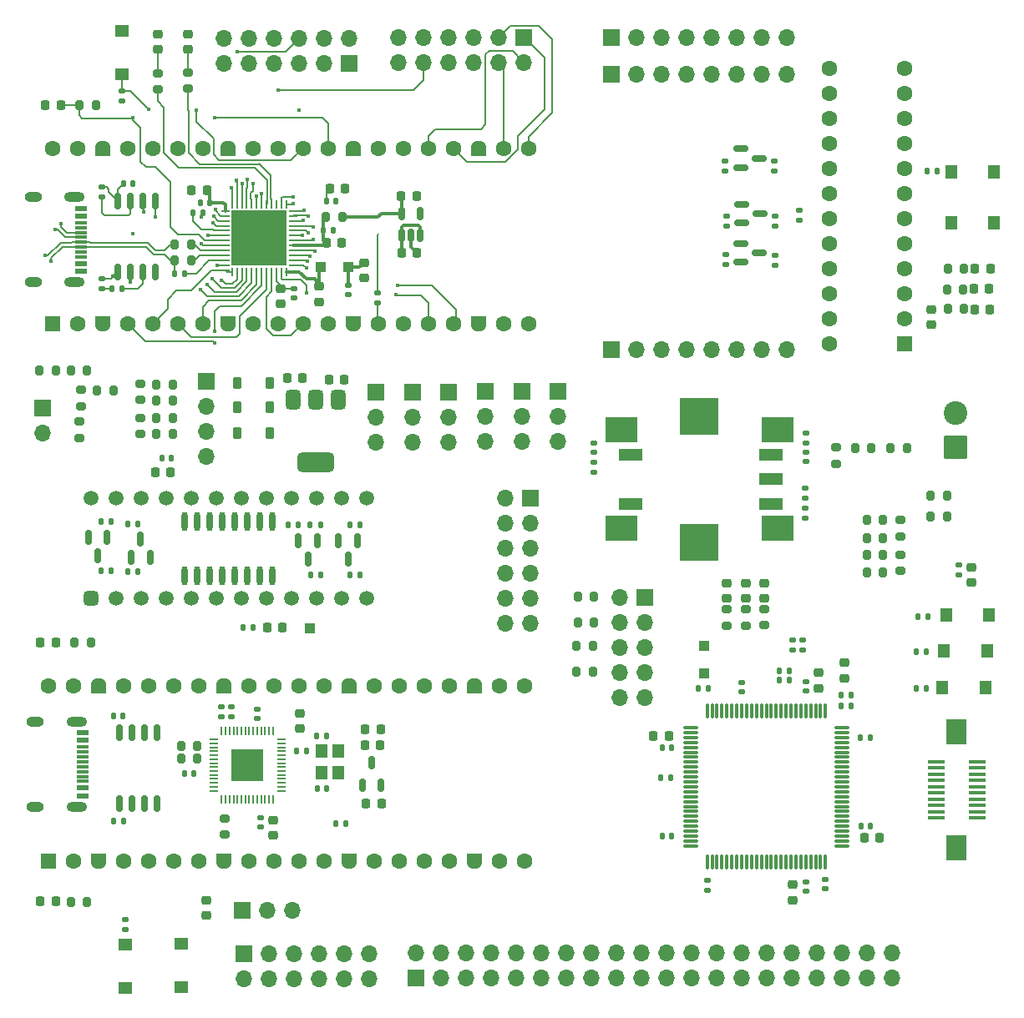
<source format=gbr>
%TF.GenerationSoftware,KiCad,Pcbnew,9.0.0*%
%TF.CreationDate,2025-06-09T15:05:36+02:00*%
%TF.ProjectId,stm32-fpga-bootloader,73746d33-322d-4667-9067-612d626f6f74,rev?*%
%TF.SameCoordinates,Original*%
%TF.FileFunction,Copper,L1,Top*%
%TF.FilePolarity,Positive*%
%FSLAX46Y46*%
G04 Gerber Fmt 4.6, Leading zero omitted, Abs format (unit mm)*
G04 Created by KiCad (PCBNEW 9.0.0) date 2025-06-09 15:05:36*
%MOMM*%
%LPD*%
G01*
G04 APERTURE LIST*
G04 Aperture macros list*
%AMRoundRect*
0 Rectangle with rounded corners*
0 $1 Rounding radius*
0 $2 $3 $4 $5 $6 $7 $8 $9 X,Y pos of 4 corners*
0 Add a 4 corners polygon primitive as box body*
4,1,4,$2,$3,$4,$5,$6,$7,$8,$9,$2,$3,0*
0 Add four circle primitives for the rounded corners*
1,1,$1+$1,$2,$3*
1,1,$1+$1,$4,$5*
1,1,$1+$1,$6,$7*
1,1,$1+$1,$8,$9*
0 Add four rect primitives between the rounded corners*
20,1,$1+$1,$2,$3,$4,$5,0*
20,1,$1+$1,$4,$5,$6,$7,0*
20,1,$1+$1,$6,$7,$8,$9,0*
20,1,$1+$1,$8,$9,$2,$3,0*%
%AMFreePoly0*
4,1,37,0.603843,0.796157,0.639018,0.796157,0.711114,0.766294,0.766294,0.711114,0.796157,0.639018,0.796157,0.603843,0.800000,0.600000,0.800000,-0.600000,0.796157,-0.603843,0.796157,-0.639018,0.766294,-0.711114,0.711114,-0.766294,0.639018,-0.796157,0.603843,-0.796157,0.600000,-0.800000,0.000000,-0.800000,0.000000,-0.796148,-0.078414,-0.796148,-0.232228,-0.765552,-0.377117,-0.705537,
-0.507515,-0.618408,-0.618408,-0.507515,-0.705537,-0.377117,-0.765552,-0.232228,-0.796148,-0.078414,-0.796148,0.078414,-0.765552,0.232228,-0.705537,0.377117,-0.618408,0.507515,-0.507515,0.618408,-0.377117,0.705537,-0.232228,0.765552,-0.078414,0.796148,0.000000,0.796148,0.000000,0.800000,0.600000,0.800000,0.603843,0.796157,0.603843,0.796157,$1*%
%AMFreePoly1*
4,1,37,0.000000,0.796148,0.078414,0.796148,0.232228,0.765552,0.377117,0.705537,0.507515,0.618408,0.618408,0.507515,0.705537,0.377117,0.765552,0.232228,0.796148,0.078414,0.796148,-0.078414,0.765552,-0.232228,0.705537,-0.377117,0.618408,-0.507515,0.507515,-0.618408,0.377117,-0.705537,0.232228,-0.765552,0.078414,-0.796148,0.000000,-0.796148,0.000000,-0.800000,-0.600000,-0.800000,
-0.603843,-0.796157,-0.639018,-0.796157,-0.711114,-0.766294,-0.766294,-0.711114,-0.796157,-0.639018,-0.796157,-0.603843,-0.800000,-0.600000,-0.800000,0.600000,-0.796157,0.603843,-0.796157,0.639018,-0.766294,0.711114,-0.711114,0.766294,-0.639018,0.796157,-0.603843,0.796157,-0.600000,0.800000,0.000000,0.800000,0.000000,0.796148,0.000000,0.796148,$1*%
G04 Aperture macros list end*
%TA.AperFunction,SMDPad,CuDef*%
%ADD10RoundRect,0.200000X0.275000X-0.200000X0.275000X0.200000X-0.275000X0.200000X-0.275000X-0.200000X0*%
%TD*%
%TA.AperFunction,SMDPad,CuDef*%
%ADD11RoundRect,0.200000X-0.200000X-0.275000X0.200000X-0.275000X0.200000X0.275000X-0.200000X0.275000X0*%
%TD*%
%TA.AperFunction,SMDPad,CuDef*%
%ADD12RoundRect,0.200000X0.200000X0.275000X-0.200000X0.275000X-0.200000X-0.275000X0.200000X-0.275000X0*%
%TD*%
%TA.AperFunction,SMDPad,CuDef*%
%ADD13RoundRect,0.200000X-0.275000X0.200000X-0.275000X-0.200000X0.275000X-0.200000X0.275000X0.200000X0*%
%TD*%
%TA.AperFunction,SMDPad,CuDef*%
%ADD14RoundRect,0.135000X-0.185000X0.135000X-0.185000X-0.135000X0.185000X-0.135000X0.185000X0.135000X0*%
%TD*%
%TA.AperFunction,SMDPad,CuDef*%
%ADD15RoundRect,0.075000X-0.662500X-0.075000X0.662500X-0.075000X0.662500X0.075000X-0.662500X0.075000X0*%
%TD*%
%TA.AperFunction,SMDPad,CuDef*%
%ADD16RoundRect,0.075000X-0.075000X-0.662500X0.075000X-0.662500X0.075000X0.662500X-0.075000X0.662500X0*%
%TD*%
%TA.AperFunction,SMDPad,CuDef*%
%ADD17RoundRect,0.140000X0.170000X-0.140000X0.170000X0.140000X-0.170000X0.140000X-0.170000X-0.140000X0*%
%TD*%
%TA.AperFunction,SMDPad,CuDef*%
%ADD18R,1.360000X1.230000*%
%TD*%
%TA.AperFunction,SMDPad,CuDef*%
%ADD19RoundRect,0.135000X-0.135000X-0.185000X0.135000X-0.185000X0.135000X0.185000X-0.135000X0.185000X0*%
%TD*%
%TA.AperFunction,SMDPad,CuDef*%
%ADD20RoundRect,0.250000X0.300000X-0.300000X0.300000X0.300000X-0.300000X0.300000X-0.300000X-0.300000X0*%
%TD*%
%TA.AperFunction,SMDPad,CuDef*%
%ADD21R,1.230000X1.360000*%
%TD*%
%TA.AperFunction,SMDPad,CuDef*%
%ADD22RoundRect,0.140000X-0.140000X-0.170000X0.140000X-0.170000X0.140000X0.170000X-0.140000X0.170000X0*%
%TD*%
%TA.AperFunction,ComponentPad*%
%ADD23RoundRect,0.250001X0.949999X-0.949999X0.949999X0.949999X-0.949999X0.949999X-0.949999X-0.949999X0*%
%TD*%
%TA.AperFunction,ComponentPad*%
%ADD24C,2.400000*%
%TD*%
%TA.AperFunction,SMDPad,CuDef*%
%ADD25RoundRect,0.135000X0.135000X0.185000X-0.135000X0.185000X-0.135000X-0.185000X0.135000X-0.185000X0*%
%TD*%
%TA.AperFunction,SMDPad,CuDef*%
%ADD26RoundRect,0.135000X0.185000X-0.135000X0.185000X0.135000X-0.185000X0.135000X-0.185000X-0.135000X0*%
%TD*%
%TA.AperFunction,SMDPad,CuDef*%
%ADD27RoundRect,0.218750X-0.256250X0.218750X-0.256250X-0.218750X0.256250X-0.218750X0.256250X0.218750X0*%
%TD*%
%TA.AperFunction,ComponentPad*%
%ADD28RoundRect,0.375000X0.375000X-0.375000X0.375000X0.375000X-0.375000X0.375000X-0.375000X-0.375000X0*%
%TD*%
%TA.AperFunction,ComponentPad*%
%ADD29C,1.500000*%
%TD*%
%TA.AperFunction,SMDPad,CuDef*%
%ADD30RoundRect,0.225000X-0.250000X0.225000X-0.250000X-0.225000X0.250000X-0.225000X0.250000X0.225000X0*%
%TD*%
%TA.AperFunction,SMDPad,CuDef*%
%ADD31RoundRect,0.218750X0.218750X0.256250X-0.218750X0.256250X-0.218750X-0.256250X0.218750X-0.256250X0*%
%TD*%
%TA.AperFunction,SMDPad,CuDef*%
%ADD32RoundRect,0.150000X-0.587500X-0.150000X0.587500X-0.150000X0.587500X0.150000X-0.587500X0.150000X0*%
%TD*%
%TA.AperFunction,SMDPad,CuDef*%
%ADD33R,3.200000X2.500000*%
%TD*%
%TA.AperFunction,SMDPad,CuDef*%
%ADD34R,4.000000X3.750000*%
%TD*%
%TA.AperFunction,SMDPad,CuDef*%
%ADD35R,2.400000X1.300000*%
%TD*%
%TA.AperFunction,SMDPad,CuDef*%
%ADD36RoundRect,0.140000X0.140000X0.170000X-0.140000X0.170000X-0.140000X-0.170000X0.140000X-0.170000X0*%
%TD*%
%TA.AperFunction,SMDPad,CuDef*%
%ADD37RoundRect,0.225000X0.225000X0.250000X-0.225000X0.250000X-0.225000X-0.250000X0.225000X-0.250000X0*%
%TD*%
%TA.AperFunction,SMDPad,CuDef*%
%ADD38RoundRect,0.140000X-0.170000X0.140000X-0.170000X-0.140000X0.170000X-0.140000X0.170000X0.140000X0*%
%TD*%
%TA.AperFunction,ComponentPad*%
%ADD39RoundRect,0.200000X0.600000X-0.600000X0.600000X0.600000X-0.600000X0.600000X-0.600000X-0.600000X0*%
%TD*%
%TA.AperFunction,ComponentPad*%
%ADD40C,1.600000*%
%TD*%
%TA.AperFunction,ComponentPad*%
%ADD41FreePoly0,90.000000*%
%TD*%
%TA.AperFunction,ComponentPad*%
%ADD42FreePoly1,90.000000*%
%TD*%
%TA.AperFunction,SMDPad,CuDef*%
%ADD43RoundRect,0.150000X0.150000X-0.512500X0.150000X0.512500X-0.150000X0.512500X-0.150000X-0.512500X0*%
%TD*%
%TA.AperFunction,SMDPad,CuDef*%
%ADD44RoundRect,0.218750X-0.218750X-0.256250X0.218750X-0.256250X0.218750X0.256250X-0.218750X0.256250X0*%
%TD*%
%TA.AperFunction,SMDPad,CuDef*%
%ADD45RoundRect,0.225000X0.225000X0.375000X-0.225000X0.375000X-0.225000X-0.375000X0.225000X-0.375000X0*%
%TD*%
%TA.AperFunction,SMDPad,CuDef*%
%ADD46RoundRect,0.250000X-0.300000X-0.300000X0.300000X-0.300000X0.300000X0.300000X-0.300000X0.300000X0*%
%TD*%
%TA.AperFunction,SMDPad,CuDef*%
%ADD47RoundRect,0.225000X0.250000X-0.225000X0.250000X0.225000X-0.250000X0.225000X-0.250000X-0.225000X0*%
%TD*%
%TA.AperFunction,ComponentPad*%
%ADD48R,1.700000X1.700000*%
%TD*%
%TA.AperFunction,ComponentPad*%
%ADD49O,1.700000X1.700000*%
%TD*%
%TA.AperFunction,SMDPad,CuDef*%
%ADD50RoundRect,0.050000X0.050000X-0.387500X0.050000X0.387500X-0.050000X0.387500X-0.050000X-0.387500X0*%
%TD*%
%TA.AperFunction,SMDPad,CuDef*%
%ADD51RoundRect,0.050000X0.387500X-0.050000X0.387500X0.050000X-0.387500X0.050000X-0.387500X-0.050000X0*%
%TD*%
%TA.AperFunction,HeatsinkPad*%
%ADD52R,3.200000X3.200000*%
%TD*%
%TA.AperFunction,SMDPad,CuDef*%
%ADD53R,1.240000X0.600000*%
%TD*%
%TA.AperFunction,SMDPad,CuDef*%
%ADD54R,1.240000X0.300000*%
%TD*%
%TA.AperFunction,HeatsinkPad*%
%ADD55O,2.100000X1.000000*%
%TD*%
%TA.AperFunction,HeatsinkPad*%
%ADD56O,1.800000X1.000000*%
%TD*%
%TA.AperFunction,SMDPad,CuDef*%
%ADD57RoundRect,0.225000X-0.225000X-0.250000X0.225000X-0.250000X0.225000X0.250000X-0.225000X0.250000X0*%
%TD*%
%TA.AperFunction,SMDPad,CuDef*%
%ADD58R,1.200000X1.400000*%
%TD*%
%TA.AperFunction,SMDPad,CuDef*%
%ADD59R,1.000000X1.000000*%
%TD*%
%TA.AperFunction,SMDPad,CuDef*%
%ADD60RoundRect,0.062500X-0.375000X-0.062500X0.375000X-0.062500X0.375000X0.062500X-0.375000X0.062500X0*%
%TD*%
%TA.AperFunction,SMDPad,CuDef*%
%ADD61RoundRect,0.062500X-0.062500X-0.375000X0.062500X-0.375000X0.062500X0.375000X-0.062500X0.375000X0*%
%TD*%
%TA.AperFunction,HeatsinkPad*%
%ADD62R,5.600000X5.600000*%
%TD*%
%TA.AperFunction,SMDPad,CuDef*%
%ADD63R,1.800000X0.350000*%
%TD*%
%TA.AperFunction,SMDPad,CuDef*%
%ADD64R,2.000000X2.500000*%
%TD*%
%TA.AperFunction,SMDPad,CuDef*%
%ADD65RoundRect,0.162500X0.162500X-0.650000X0.162500X0.650000X-0.162500X0.650000X-0.162500X-0.650000X0*%
%TD*%
%TA.AperFunction,SMDPad,CuDef*%
%ADD66RoundRect,0.150000X-0.150000X0.587500X-0.150000X-0.587500X0.150000X-0.587500X0.150000X0.587500X0*%
%TD*%
%TA.AperFunction,SMDPad,CuDef*%
%ADD67RoundRect,0.218750X0.256250X-0.218750X0.256250X0.218750X-0.256250X0.218750X-0.256250X-0.218750X0*%
%TD*%
%TA.AperFunction,SMDPad,CuDef*%
%ADD68RoundRect,0.150000X0.150000X-0.587500X0.150000X0.587500X-0.150000X0.587500X-0.150000X-0.587500X0*%
%TD*%
%TA.AperFunction,ComponentPad*%
%ADD69RoundRect,0.250000X0.550000X0.550000X-0.550000X0.550000X-0.550000X-0.550000X0.550000X-0.550000X0*%
%TD*%
%TA.AperFunction,SMDPad,CuDef*%
%ADD70RoundRect,0.375000X-0.375000X0.625000X-0.375000X-0.625000X0.375000X-0.625000X0.375000X0.625000X0*%
%TD*%
%TA.AperFunction,SMDPad,CuDef*%
%ADD71RoundRect,0.500000X-1.400000X0.500000X-1.400000X-0.500000X1.400000X-0.500000X1.400000X0.500000X0*%
%TD*%
%TA.AperFunction,SMDPad,CuDef*%
%ADD72O,0.600000X1.970000*%
%TD*%
%TA.AperFunction,ViaPad*%
%ADD73C,0.450000*%
%TD*%
%TA.AperFunction,Conductor*%
%ADD74C,0.200000*%
%TD*%
%TA.AperFunction,Conductor*%
%ADD75C,0.300000*%
%TD*%
G04 APERTURE END LIST*
D10*
%TO.P,R86,1*%
%TO.N,/jtag-prog/CLK*%
X189105000Y-91800000D03*
%TO.P,R86,2*%
%TO.N,Net-(D15-A)*%
X189105000Y-90150000D03*
%TD*%
D11*
%TO.P,R45,1*%
%TO.N,Net-(U5D-VCCPLL)*%
X144680000Y-50385000D03*
%TO.P,R45,2*%
%TO.N,+1V2*%
X146330000Y-50385000D03*
%TD*%
D10*
%TO.P,R41,1*%
%TO.N,/ice40-for-gpio/ICE_LED2*%
X127605000Y-37410000D03*
%TO.P,R41,2*%
%TO.N,Net-(D7-A)*%
X127605000Y-35760000D03*
%TD*%
%TO.P,R40,1*%
%TO.N,/ice40-for-gpio/ICE_LED1*%
X130705000Y-37360000D03*
%TO.P,R40,2*%
%TO.N,Net-(D6-A)*%
X130705000Y-35710000D03*
%TD*%
D12*
%TO.P,R39,1*%
%TO.N,+3.3V*%
X121330000Y-38985000D03*
%TO.P,R39,2*%
%TO.N,/ICE_CDONE*%
X119680000Y-38985000D03*
%TD*%
D11*
%TO.P,R22,1*%
%TO.N,/D+*%
X129330000Y-54785000D03*
%TO.P,R22,2*%
%TO.N,/ICE_USB_P*%
X130980000Y-54785000D03*
%TD*%
%TO.P,R21,1*%
%TO.N,/D-*%
X129330000Y-53185000D03*
%TO.P,R21,2*%
%TO.N,/ICE_USB_N*%
X130980000Y-53185000D03*
%TD*%
D10*
%TO.P,R15,1*%
%TO.N,/lcmxo2-cpld-block/PL3D*%
X185305000Y-91810000D03*
%TO.P,R15,2*%
%TO.N,Net-(D14-A)*%
X185305000Y-90160000D03*
%TD*%
%TO.P,R14,1*%
%TO.N,/lcmxo2-cpld-block/PL3C*%
X187205000Y-91810000D03*
%TO.P,R14,2*%
%TO.N,Net-(D13-A)*%
X187205000Y-90160000D03*
%TD*%
D13*
%TO.P,R13,1*%
%TO.N,/jtag-prog/LED2*%
X134405000Y-111370000D03*
%TO.P,R13,2*%
%TO.N,Net-(D12-A)*%
X134405000Y-113020000D03*
%TD*%
D11*
%TO.P,R11,1*%
%TO.N,/IOT_50b*%
X207680000Y-59705000D03*
%TO.P,R11,2*%
%TO.N,Net-(D3-A)*%
X209330000Y-59705000D03*
%TD*%
%TO.P,R8,1*%
%TO.N,/LED1*%
X207632500Y-57705000D03*
%TO.P,R8,2*%
%TO.N,Net-(D2-A)*%
X209282500Y-57705000D03*
%TD*%
%TO.P,R7,1*%
%TO.N,+3.3V*%
X207692500Y-55585000D03*
%TO.P,R7,2*%
%TO.N,Net-(D1-A)*%
X209342500Y-55585000D03*
%TD*%
D12*
%TO.P,R6,1*%
%TO.N,+3.3V_JTAG*%
X120817500Y-93585000D03*
%TO.P,R6,2*%
%TO.N,Net-(D11-A)*%
X119167500Y-93585000D03*
%TD*%
%TO.P,R5,1*%
%TO.N,/jtag-prog/LED1*%
X120427500Y-119885000D03*
%TO.P,R5,2*%
%TO.N,Net-(D4-A)*%
X118777500Y-119885000D03*
%TD*%
D11*
%TO.P,R2,1*%
%TO.N,/jtag-prog/D+*%
X129980000Y-105285000D03*
%TO.P,R2,2*%
%TO.N,/jtag-prog/USB_P*%
X131630000Y-105285000D03*
%TD*%
%TO.P,R1,1*%
%TO.N,/jtag-prog/D-*%
X129980000Y-104085000D03*
%TO.P,R1,2*%
%TO.N,/jtag-prog/USB_N*%
X131630000Y-104085000D03*
%TD*%
D14*
%TO.P,R48,1*%
%TO.N,+3.3V*%
X185205000Y-54210000D03*
%TO.P,R48,2*%
%TO.N,/MATRIX_SPI_MOSI*%
X185205000Y-55230000D03*
%TD*%
D15*
%TO.P,U9,1,PL2C/L_GPLLT_IN*%
%TO.N,/lcmxo2-cpld-block/PL2C{slash}L_GPLLT_IN*%
X181642500Y-102185000D03*
%TO.P,U9,2,PL2D/L_GPLLC_IN*%
%TO.N,/lcmxo2-cpld-block/PL2D{slash}L_GPLLC_IN*%
X181642500Y-102685000D03*
%TO.P,U9,3,PL3A/PCLKT3_2*%
%TO.N,/lcmxo2-cpld-block/PL3A{slash}PCLKT3_2*%
X181642500Y-103185000D03*
%TO.P,U9,4,PL3B/PCLKC3_2*%
%TO.N,/lcmxo2-cpld-block/PL3B{slash}PCLKC3_2*%
X181642500Y-103685000D03*
%TO.P,U9,5,VCCIO3*%
%TO.N,/lcmxo2-cpld-block/VCCIO3*%
X181642500Y-104185000D03*
%TO.P,U9,6,GND*%
%TO.N,GND*%
X181642500Y-104685000D03*
%TO.P,U9,7,PL3C*%
%TO.N,/lcmxo2-cpld-block/PL3C*%
X181642500Y-105185000D03*
%TO.P,U9,8,PL3D*%
%TO.N,/lcmxo2-cpld-block/PL3D*%
X181642500Y-105685000D03*
%TO.P,U9,9,PL4A*%
%TO.N,/PL4A*%
X181642500Y-106185000D03*
%TO.P,U9,10,PL4B*%
%TO.N,/PL4B*%
X181642500Y-106685000D03*
%TO.P,U9,11,VCCIO3*%
%TO.N,/lcmxo2-cpld-block/VCCIO3*%
X181642500Y-107185000D03*
%TO.P,U9,12,PL5A/PCLKT3_1*%
%TO.N,/CPLD_CLOCK*%
X181642500Y-107685000D03*
%TO.P,U9,13,PL5B/PCLKC3_1*%
%TO.N,/jtag-prog/CLK*%
X181642500Y-108185000D03*
%TO.P,U9,14,PL5C*%
%TO.N,/lcmxo2-cpld-block/PL5C*%
X181642500Y-108685000D03*
%TO.P,U9,15,PL5D*%
%TO.N,/lcmxo2-cpld-block/PL5D*%
X181642500Y-109185000D03*
%TO.P,U9,16,PL8A*%
%TO.N,/lcmxo2-cpld-block/PL8A*%
X181642500Y-109685000D03*
%TO.P,U9,17,PL8B*%
%TO.N,/lcmxo2-cpld-block/PL8B*%
X181642500Y-110185000D03*
%TO.P,U9,18,PL8C*%
%TO.N,/lcmxo2-cpld-block/PL8C*%
X181642500Y-110685000D03*
%TO.P,U9,19,PL8D*%
%TO.N,/lcmxo2-cpld-block/PL8D*%
X181642500Y-111185000D03*
%TO.P,U9,20,PL9A/PCLKT3_0*%
%TO.N,/lcmxo2-cpld-block/PL9A{slash}PCLKT3_0*%
X181642500Y-111685000D03*
%TO.P,U9,21,PL9B/PCLKC3_0*%
%TO.N,/lcmxo2-cpld-block/PL9B{slash}PCLKC3_0*%
X181642500Y-112185000D03*
%TO.P,U9,22,GND*%
%TO.N,GND*%
X181642500Y-112685000D03*
%TO.P,U9,23,VCCIO3*%
%TO.N,/lcmxo2-cpld-block/VCCIO3*%
X181642500Y-113185000D03*
%TO.P,U9,24,PL10C*%
%TO.N,/PL10D*%
X181642500Y-113685000D03*
%TO.P,U9,25,PL10D*%
%TO.N,/PL10C*%
X181642500Y-114185000D03*
D16*
%TO.P,U9,26,VCCIO2*%
%TO.N,/lcmxo2-cpld-block/VCCIO2*%
X183305000Y-115847500D03*
%TO.P,U9,27,PB4C/CSSPIN*%
%TO.N,/CPLD_SPI_MCS*%
X183805000Y-115847500D03*
%TO.P,U9,28,PB4D*%
%TO.N,/lcmxo2-cpld-block/PB4D*%
X184305000Y-115847500D03*
%TO.P,U9,29,PB6A*%
%TO.N,/lcmxo2-cpld-block/PB6A*%
X184805000Y-115847500D03*
%TO.P,U9,30,PB6B*%
%TO.N,/lcmxo2-cpld-block/PB6B*%
X185305000Y-115847500D03*
%TO.P,U9,31,PB6C/MCLK/CCLK*%
%TO.N,/CPLDK_SCK*%
X185805000Y-115847500D03*
%TO.P,U9,32,PB6D/SO/SPISO*%
%TO.N,/CPLD_MISO*%
X186305000Y-115847500D03*
%TO.P,U9,33,GND*%
%TO.N,GND*%
X186805000Y-115847500D03*
%TO.P,U9,34,PB9A/PCLKT2_0*%
%TO.N,/PB9A{slash}PCLKT2_0*%
X187305000Y-115847500D03*
%TO.P,U9,35,PB9B/PCLKC2_0*%
%TO.N,/PB9B{slash}PCLKC2_0*%
X187805000Y-115847500D03*
%TO.P,U9,36,PB11C*%
%TO.N,/PB11C*%
X188305000Y-115847500D03*
%TO.P,U9,37,PB11D*%
%TO.N,/PB11D*%
X188805000Y-115847500D03*
%TO.P,U9,38,PB11A/PCLKT2_1*%
%TO.N,/PB11A{slash}PCLKT2_1*%
X189305000Y-115847500D03*
%TO.P,U9,39,PB11B/PCLKC2_1*%
%TO.N,/PB11B{slash}PCLKC2_1*%
X189805000Y-115847500D03*
%TO.P,U9,40,PB15A*%
%TO.N,/PB15A*%
X190305000Y-115847500D03*
%TO.P,U9,41,PB15B*%
%TO.N,/PB15B*%
X190805000Y-115847500D03*
%TO.P,U9,42,PB18A*%
%TO.N,/PB18A*%
X191305000Y-115847500D03*
%TO.P,U9,43,PB18B*%
%TO.N,/PB18B*%
X191805000Y-115847500D03*
%TO.P,U9,44,GND*%
%TO.N,GND*%
X192305000Y-115847500D03*
%TO.P,U9,45,PB18C*%
%TO.N,/PB18C*%
X192805000Y-115847500D03*
%TO.P,U9,46,VCCIO2*%
%TO.N,/lcmxo2-cpld-block/VCCIO2*%
X193305000Y-115847500D03*
%TO.P,U9,47,PB18D*%
%TO.N,/PB18D*%
X193805000Y-115847500D03*
%TO.P,U9,48,PB20C/SN*%
%TO.N,/CPLD_SPI_CS*%
X194305000Y-115847500D03*
%TO.P,U9,49,PB20D/SI/SISPI*%
%TO.N,/CPLD_MOSI*%
X194805000Y-115847500D03*
%TO.P,U9,50,VCC*%
%TO.N,/lcmxo2-cpld-block/VCC*%
X195305000Y-115847500D03*
D15*
%TO.P,U9,51,PR10D*%
%TO.N,/PR10D*%
X196967500Y-114185000D03*
%TO.P,U9,52,PR10C*%
%TO.N,/PR10C*%
X196967500Y-113685000D03*
%TO.P,U9,53,PR9D*%
%TO.N,/CPLD_B7_PR9D*%
X196967500Y-113185000D03*
%TO.P,U9,54,PR9C*%
%TO.N,/CPLD_B6_PR9C*%
X196967500Y-112685000D03*
%TO.P,U9,55,VCCIO1*%
%TO.N,/lcmxo2-cpld-block/VCCIO1*%
X196967500Y-112185000D03*
%TO.P,U9,56,GND*%
%TO.N,GND*%
X196967500Y-111685000D03*
%TO.P,U9,57,PR9B*%
%TO.N,/CPLD_B5_PR9B*%
X196967500Y-111185000D03*
%TO.P,U9,58,PR9A*%
%TO.N,/CPLD_B4_PR9A*%
X196967500Y-110685000D03*
%TO.P,U9,59,PR8D*%
%TO.N,/PR8D*%
X196967500Y-110185000D03*
%TO.P,U9,60,PR8C*%
%TO.N,/PR8C*%
X196967500Y-109685000D03*
%TO.P,U9,61,PR8A*%
%TO.N,/PR8A*%
X196967500Y-109185000D03*
%TO.P,U9,62,PR5D/PCLKC1_0*%
%TO.N,/lcmxo2-cpld-block/PR5D{slash}PCLKC1_0*%
X196967500Y-108685000D03*
%TO.P,U9,63,PR5C/PCLKT1_0*%
%TO.N,/lcmxo2-cpld-block/PR5C{slash}PCLKT1_0*%
X196967500Y-108185000D03*
%TO.P,U9,64,PR5B*%
%TO.N,/lcmxo2-cpld-block/PR5B*%
X196967500Y-107685000D03*
%TO.P,U9,65,PR5A*%
%TO.N,/lcmxo2-cpld-block/PR5A*%
X196967500Y-107185000D03*
%TO.P,U9,66,PR4D*%
%TO.N,/lcmxo2-cpld-block/PR4D*%
X196967500Y-106685000D03*
%TO.P,U9,67,PR4C*%
%TO.N,/lcmxo2-cpld-block/PR4C*%
X196967500Y-106185000D03*
%TO.P,U9,68,PR4B*%
%TO.N,/lcmxo2-cpld-block/PR4B*%
X196967500Y-105685000D03*
%TO.P,U9,69,PR4A*%
%TO.N,/lcmxo2-cpld-block/PR4A*%
X196967500Y-105185000D03*
%TO.P,U9,70,PR3B*%
%TO.N,/lcmxo2-cpld-block/PR3B*%
X196967500Y-104685000D03*
%TO.P,U9,71,PR3A*%
%TO.N,/lcmxo2-cpld-block/PR3A*%
X196967500Y-104185000D03*
%TO.P,U9,72,GND*%
%TO.N,GND*%
X196967500Y-103685000D03*
%TO.P,U9,73,VCCIO1*%
%TO.N,/lcmxo2-cpld-block/VCCIO1*%
X196967500Y-103185000D03*
%TO.P,U9,74,PR2B*%
%TO.N,/lcmxo2-cpld-block/PR2B*%
X196967500Y-102685000D03*
%TO.P,U9,75,PR2A*%
%TO.N,/lcmxo2-cpld-block/PR2A*%
X196967500Y-102185000D03*
D16*
%TO.P,U9,76,PT17D/DONE*%
%TO.N,/lcmxo2-cpld-block/PT17D{slash}DONE*%
X195305000Y-100522500D03*
%TO.P,U9,77,PT17C/INITN*%
%TO.N,/lcmxo2-cpld-block/PT17C{slash}INITN*%
X194805000Y-100522500D03*
%TO.P,U9,78,PT16C*%
%TO.N,/lcmxo2-cpld-block/PT16C*%
X194305000Y-100522500D03*
%TO.P,U9,79,GND*%
%TO.N,GND*%
X193805000Y-100522500D03*
%TO.P,U9,80,VCCIO0*%
%TO.N,/lcmxo2-cpld-block/VCCIO0*%
X193305000Y-100522500D03*
%TO.P,U9,81,PT15D/PROGRAMN*%
%TO.N,/lcmxo2-cpld-block/PT15D{slash}PROGRAMN*%
X192805000Y-100522500D03*
%TO.P,U9,82,PT15C/JTAGENB*%
%TO.N,/lcmxo2-cpld-block/PT15C{slash}JTAGENB*%
X192305000Y-100522500D03*
%TO.P,U9,83,PT15B*%
%TO.N,/lcmxo2-cpld-block/PT15B*%
X191805000Y-100522500D03*
%TO.P,U9,84,PT15A*%
%TO.N,/lcmxo2-cpld-block/PT15A*%
X191305000Y-100522500D03*
%TO.P,U9,85,PT12D/SDA/PCLKC0_0*%
%TO.N,/CPLD_SDA*%
X190805000Y-100522500D03*
%TO.P,U9,86,PT12C/SCL/PCLKT0_0*%
%TO.N,/CPLD_SCL*%
X190305000Y-100522500D03*
%TO.P,U9,87,PT12B/PCLKC0_1*%
%TO.N,/lcmxo2-cpld-block/PT12B{slash}PCLKC0_1*%
X189805000Y-100522500D03*
%TO.P,U9,88,PT12A/PCLKT0_1*%
%TO.N,/lcmxo2-cpld-block/PT12A{slash}PCLKT0_1*%
X189305000Y-100522500D03*
%TO.P,U9,89,NC*%
%TO.N,unconnected-(U9-NC-Pad89)*%
X188805000Y-100522500D03*
%TO.P,U9,90,PT11D/TMS*%
%TO.N,/PT11D{slash}TMS*%
X188305000Y-100522500D03*
%TO.P,U9,91,PT11C/TCK*%
%TO.N,/PT11C{slash}TCK*%
X187805000Y-100522500D03*
%TO.P,U9,92,GND*%
%TO.N,GND*%
X187305000Y-100522500D03*
%TO.P,U9,93,VCCIO0*%
%TO.N,/lcmxo2-cpld-block/VCCIO0*%
X186805000Y-100522500D03*
%TO.P,U9,94,PT10D/TDI*%
%TO.N,/PT10D{slash}TDI*%
X186305000Y-100522500D03*
%TO.P,U9,95,PT10C/TDO*%
%TO.N,/PT10C{slash}TDO*%
X185805000Y-100522500D03*
%TO.P,U9,96,PT10B*%
%TO.N,/CPLD_B1_PT10B*%
X185305000Y-100522500D03*
%TO.P,U9,97,PT10A*%
%TO.N,/CPLD_B0_PT10A*%
X184805000Y-100522500D03*
%TO.P,U9,98,PT9B*%
%TO.N,/CPLD_B3_PT9B*%
X184305000Y-100522500D03*
%TO.P,U9,99,PT9A*%
%TO.N,/CPLD_B2_PT9A*%
X183805000Y-100522500D03*
%TO.P,U9,100,VCC*%
%TO.N,/lcmxo2-cpld-block/VCC*%
X183305000Y-100522500D03*
%TD*%
D17*
%TO.P,C46,1*%
%TO.N,+3.3V_JTAG*%
X135055000Y-101065000D03*
%TO.P,C46,2*%
%TO.N,GND*%
X135055000Y-100105000D03*
%TD*%
D18*
%TO.P,SW1,1,1*%
%TO.N,/jtag-prog/QSPI_SS*%
X130005000Y-124100000D03*
%TO.P,SW1,2,2*%
%TO.N,GND*%
X130005000Y-128470000D03*
%TD*%
D19*
%TO.P,R20,1*%
%TO.N,/D+*%
X129345000Y-56085000D03*
%TO.P,R20,2*%
%TO.N,/IOB_20a*%
X130365000Y-56085000D03*
%TD*%
D20*
%TO.P,D10,1,K*%
%TO.N,/lcmxo2-cpld-block/VCC*%
X183005000Y-96685000D03*
%TO.P,D10,2,A*%
%TO.N,/lcmxo2-cpld-block/VCCIO0*%
X183005000Y-93885000D03*
%TD*%
D21*
%TO.P,SW6,1,1*%
%TO.N,GND*%
X211890000Y-90785000D03*
%TO.P,SW6,2,2*%
%TO.N,/lcmxo2-cpld-block/PL2D{slash}L_GPLLC_IN*%
X207520000Y-90785000D03*
%TD*%
D22*
%TO.P,C23,1*%
%TO.N,+3.3V*%
X144725000Y-48785000D03*
%TO.P,C23,2*%
%TO.N,GND*%
X145685000Y-48785000D03*
%TD*%
D23*
%TO.P,J6,1,Pin_1*%
%TO.N,Net-(J6-Pin_1)*%
X208472500Y-73735000D03*
D24*
%TO.P,J6,2,Pin_2*%
%TO.N,GND*%
X208472500Y-70235000D03*
%TD*%
D25*
%TO.P,R53,1*%
%TO.N,+3.3V*%
X197915000Y-99985000D03*
%TO.P,R53,2*%
%TO.N,/lcmxo2-cpld-block/PT17D{slash}DONE*%
X196895000Y-99985000D03*
%TD*%
D10*
%TO.P,R25,1*%
%TO.N,GND*%
X196405000Y-75410000D03*
%TO.P,R25,2*%
%TO.N,Net-(R24-Pad2)*%
X196405000Y-73760000D03*
%TD*%
D26*
%TO.P,R49,1*%
%TO.N,+5V*%
X190105000Y-45695000D03*
%TO.P,R49,2*%
%TO.N,Net-(Q1-D)*%
X190105000Y-44675000D03*
%TD*%
D14*
%TO.P,R55,1*%
%TO.N,+3.3V*%
X193005000Y-93275000D03*
%TO.P,R55,2*%
%TO.N,/lcmxo2-cpld-block/PT15C{slash}JTAGENB*%
X193005000Y-94295000D03*
%TD*%
D27*
%TO.P,D14,1,K*%
%TO.N,GND*%
X185305000Y-87497500D03*
%TO.P,D14,2,A*%
%TO.N,Net-(D14-A)*%
X185305000Y-89072500D03*
%TD*%
D28*
%TO.P,U12,1,L3*%
%TO.N,unconnected-(U12-L3-Pad1)*%
X120835000Y-89085000D03*
D29*
%TO.P,U12,2,D1*%
%TO.N,Net-(U12-D1)*%
X123375000Y-89085000D03*
%TO.P,U12,3,D*%
%TO.N,/displays/7SEG_D*%
X125915000Y-89085000D03*
%TO.P,U12,4,L2*%
%TO.N,unconnected-(U12-L2-Pad4)*%
X128455000Y-89085000D03*
%TO.P,U12,5,D2*%
%TO.N,Net-(U12-D2)*%
X130995000Y-89085000D03*
%TO.P,U12,6,LC_CA*%
%TO.N,unconnected-(U12-LC_CA-Pad6)*%
X133535000Y-89085000D03*
%TO.P,U12,7,LC_AN*%
%TO.N,unconnected-(U12-LC_AN-Pad7)*%
X136075000Y-89085000D03*
%TO.P,U12,8,D3*%
%TO.N,Net-(U12-D3)*%
X138615000Y-89085000D03*
%TO.P,U12,9,DP1_AN*%
%TO.N,unconnected-(U12-DP1_AN-Pad9)*%
X141155000Y-89085000D03*
%TO.P,U12,10,D4*%
%TO.N,Net-(U12-D4)*%
X143695000Y-89085000D03*
%TO.P,U12,11,E*%
%TO.N,/displays/7SEG_E*%
X146235000Y-89085000D03*
%TO.P,U12,12,DP2_AN*%
%TO.N,unconnected-(U12-DP2_AN-Pad12)*%
X148775000Y-89085000D03*
%TO.P,U12,13,UP_CA*%
%TO.N,unconnected-(U12-UP_CA-Pad13)*%
X148775000Y-78925000D03*
%TO.P,U12,14,DP2_CA*%
%TO.N,unconnected-(U12-DP2_CA-Pad14)*%
X146235000Y-78925000D03*
%TO.P,U12,15,UP_AN*%
%TO.N,unconnected-(U12-UP_AN-Pad15)*%
X143695000Y-78925000D03*
%TO.P,U12,16,DP1_CA*%
%TO.N,unconnected-(U12-DP1_CA-Pad16)*%
X141155000Y-78925000D03*
%TO.P,U12,17,A*%
%TO.N,/displays/7SEG_A*%
X138615000Y-78925000D03*
%TO.P,U12,18,F*%
%TO.N,/displays/7SEG_F*%
X136075000Y-78925000D03*
%TO.P,U12,19,B*%
%TO.N,/displays/7SEG_B*%
X133535000Y-78925000D03*
%TO.P,U12,20,C*%
%TO.N,/displays/7SEG_C*%
X130995000Y-78925000D03*
%TO.P,U12,21,D1_E_AN*%
%TO.N,/displays/7SEG_E*%
X128455000Y-78925000D03*
%TO.P,U12,22,G*%
%TO.N,/displays/7SEG_G*%
X125915000Y-78925000D03*
%TO.P,U12,23,L1*%
%TO.N,unconnected-(U12-L1-Pad23)*%
X123375000Y-78925000D03*
%TO.P,U12,24,L1_L2_L3_CA*%
%TO.N,unconnected-(U12-L1_L2_L3_CA-Pad24)*%
X120835000Y-78925000D03*
%TD*%
D30*
%TO.P,C31,1*%
%TO.N,Net-(D8-K)*%
X144005000Y-57410000D03*
%TO.P,C31,2*%
%TO.N,GND*%
X144005000Y-58960000D03*
%TD*%
D11*
%TO.P,R27,1*%
%TO.N,GND*%
X205980000Y-80765000D03*
%TO.P,R27,2*%
%TO.N,Net-(U4-VIN-)*%
X207630000Y-80765000D03*
%TD*%
D31*
%TO.P,D1,1,K*%
%TO.N,GND*%
X212005000Y-55585000D03*
%TO.P,D1,2,A*%
%TO.N,Net-(D1-A)*%
X210430000Y-55585000D03*
%TD*%
D12*
%TO.P,R24,1*%
%TO.N,Net-(R23-Pad2)*%
X199930000Y-73785000D03*
%TO.P,R24,2*%
%TO.N,Net-(R24-Pad2)*%
X198280000Y-73785000D03*
%TD*%
D14*
%TO.P,R42,1*%
%TO.N,+3.3V*%
X121930000Y-47320000D03*
%TO.P,R42,2*%
%TO.N,/ice40-for-gpio/ICE_SPI_IO3*%
X121930000Y-48340000D03*
%TD*%
D26*
%TO.P,R52,1*%
%TO.N,+5V*%
X192635000Y-50695000D03*
%TO.P,R52,2*%
%TO.N,Net-(U8-ISET)*%
X192635000Y-49675000D03*
%TD*%
D32*
%TO.P,Q2,1,G*%
%TO.N,+3.3V*%
X186835000Y-49065000D03*
%TO.P,Q2,2,S*%
%TO.N,/MATRIX_SPI_SCK*%
X186835000Y-50965000D03*
%TO.P,Q2,3,D*%
%TO.N,Net-(Q2-D)*%
X188710000Y-50015000D03*
%TD*%
D17*
%TO.P,C17,1*%
%TO.N,/ENCODER_BTN*%
X171805000Y-74265000D03*
%TO.P,C17,2*%
%TO.N,GND*%
X171805000Y-73305000D03*
%TD*%
D14*
%TO.P,R28,1*%
%TO.N,+3.3V*%
X193305000Y-72265000D03*
%TO.P,R28,2*%
%TO.N,/ENCODER_A*%
X193305000Y-73285000D03*
%TD*%
D17*
%TO.P,C43,1*%
%TO.N,GND*%
X195305000Y-118545000D03*
%TO.P,C43,2*%
%TO.N,/lcmxo2-cpld-block/VCC*%
X195305000Y-117585000D03*
%TD*%
D12*
%TO.P,R83,1*%
%TO.N,Net-(J1001-Pin_4)*%
X129130000Y-72385000D03*
%TO.P,R83,2*%
%TO.N,Net-(U13-MDAT-)*%
X127480000Y-72385000D03*
%TD*%
D31*
%TO.P,D3,1,K*%
%TO.N,GND*%
X211992500Y-59785000D03*
%TO.P,D3,2,A*%
%TO.N,Net-(D3-A)*%
X210417500Y-59785000D03*
%TD*%
D11*
%TO.P,R26,1*%
%TO.N,Net-(R24-Pad2)*%
X205980000Y-78665000D03*
%TO.P,R26,2*%
%TO.N,Net-(U4-VIN+)*%
X207630000Y-78665000D03*
%TD*%
D27*
%TO.P,D13,1,K*%
%TO.N,GND*%
X187205000Y-87510000D03*
%TO.P,D13,2,A*%
%TO.N,Net-(D13-A)*%
X187205000Y-89085000D03*
%TD*%
D33*
%TO.P,R32,1,1*%
%TO.N,unconnected-(R32-Pad1)*%
X190405000Y-81985000D03*
%TO.P,R32,2,2*%
%TO.N,unconnected-(R32-Pad2)*%
X190405000Y-71985000D03*
D34*
%TO.P,R32,3,3*%
%TO.N,unconnected-(R32-Pad3)*%
X182505000Y-70610000D03*
D33*
%TO.P,R32,4,4*%
%TO.N,unconnected-(R32-Pad4)*%
X174605000Y-71985000D03*
%TO.P,R32,5,5*%
%TO.N,unconnected-(R32-Pad5)*%
X174605000Y-81985000D03*
D34*
%TO.P,R32,6,6*%
%TO.N,unconnected-(R32-Pad6)*%
X182505000Y-83360000D03*
D35*
%TO.P,R32,A,A*%
%TO.N,/ENCODER_A*%
X189805000Y-79485000D03*
%TO.P,R32,B,B*%
%TO.N,/ENCODER_B*%
X189805000Y-74485000D03*
%TO.P,R32,C,C*%
%TO.N,GND*%
X189805000Y-76985000D03*
%TO.P,R32,D,D*%
%TO.N,/ENCODER_BTN*%
X175505000Y-79485000D03*
%TO.P,R32,E,E*%
%TO.N,GND*%
X175505000Y-74485000D03*
%TD*%
D36*
%TO.P,C39,1*%
%TO.N,/lcmxo2-cpld-block/VCCIO3*%
X179685000Y-113185000D03*
%TO.P,C39,2*%
%TO.N,GND*%
X178725000Y-113185000D03*
%TD*%
D30*
%TO.P,C18,1*%
%TO.N,+3.3V*%
X140105000Y-57660000D03*
%TO.P,C18,2*%
%TO.N,GND*%
X140105000Y-59210000D03*
%TD*%
D26*
%TO.P,R51,1*%
%TO.N,+5V*%
X190205000Y-55295000D03*
%TO.P,R51,2*%
%TO.N,Net-(Q3-D)*%
X190205000Y-54275000D03*
%TD*%
D25*
%TO.P,R4,1*%
%TO.N,Net-(C6-Pad1)*%
X142715000Y-104585000D03*
%TO.P,R4,2*%
%TO.N,/jtag-prog/XOUT*%
X141695000Y-104585000D03*
%TD*%
D21*
%TO.P,SW4,1,1*%
%TO.N,GND*%
X212390000Y-50985000D03*
%TO.P,SW4,2,2*%
%TO.N,/ICE_nRST*%
X208020000Y-50985000D03*
%TD*%
D11*
%TO.P,R62,1*%
%TO.N,/jtag-prog/TMS*%
X170070000Y-96515000D03*
%TO.P,R62,2*%
%TO.N,/TMS*%
X171720000Y-96515000D03*
%TD*%
D37*
%TO.P,C3,1*%
%TO.N,+3.3V_JTAG*%
X150205000Y-102385000D03*
%TO.P,C3,2*%
%TO.N,GND*%
X148655000Y-102385000D03*
%TD*%
D38*
%TO.P,C38,1*%
%TO.N,/lcmxo2-cpld-block/VCCIO2*%
X183305000Y-117705000D03*
%TO.P,C38,2*%
%TO.N,GND*%
X183305000Y-118665000D03*
%TD*%
D31*
%TO.P,FB1,1*%
%TO.N,+3.3V*%
X200792500Y-113385000D03*
%TO.P,FB1,2*%
%TO.N,/lcmxo2-cpld-block/VCCIO1*%
X199217500Y-113385000D03*
%TD*%
D10*
%TO.P,R75,1*%
%TO.N,GND*%
X119805000Y-69560000D03*
%TO.P,R75,2*%
%TO.N,Net-(R74-Pad2)*%
X119805000Y-67910000D03*
%TD*%
D39*
%TO.P,A2,1,GPIO0*%
%TO.N,/CPLD_B0_PT10A*%
X116495000Y-115715000D03*
D40*
%TO.P,A2,2,GPIO1*%
%TO.N,/CPLD_B1_PT10B*%
X119035000Y-115715000D03*
D41*
%TO.P,A2,3,GND*%
%TO.N,GND*%
X121575000Y-115715000D03*
D40*
%TO.P,A2,4,GPIO2*%
%TO.N,/CPLD_B2_PT9A*%
X124115000Y-115715000D03*
%TO.P,A2,5,GPIO3*%
%TO.N,/CPLD_B3_PT9B*%
X126655000Y-115715000D03*
%TO.P,A2,6,GPIO4*%
%TO.N,/CPLD_B4_PR9A*%
X129195000Y-115715000D03*
%TO.P,A2,7,GPIO5*%
%TO.N,/CPLD_B5_PR9B*%
X131735000Y-115715000D03*
D41*
%TO.P,A2,8,GND*%
%TO.N,GND*%
X134275000Y-115715000D03*
D40*
%TO.P,A2,9,GPIO6*%
%TO.N,/CPLD_B6_PR9C*%
X136815000Y-115715000D03*
%TO.P,A2,10,GPIO7*%
%TO.N,/CPLD_B7_PR9D*%
X139355000Y-115715000D03*
%TO.P,A2,11,GPIO8*%
%TO.N,unconnected-(A2-GPIO8-Pad11)*%
X141895000Y-115715000D03*
%TO.P,A2,12,GPIO9*%
%TO.N,unconnected-(A2-GPIO9-Pad12)*%
X144435000Y-115715000D03*
D41*
%TO.P,A2,13,GND*%
%TO.N,GND*%
X146975000Y-115715000D03*
D40*
%TO.P,A2,14,GPIO10*%
%TO.N,/CPLD_CLOCK*%
X149515000Y-115715000D03*
%TO.P,A2,15,GPIO11*%
%TO.N,unconnected-(A2-GPIO11-Pad15)*%
X152055000Y-115715000D03*
%TO.P,A2,16,GPIO12*%
%TO.N,unconnected-(A2-GPIO12-Pad16)*%
X154595000Y-115715000D03*
%TO.P,A2,17,GPIO13*%
%TO.N,unconnected-(A2-GPIO13-Pad17)*%
X157135000Y-115715000D03*
D41*
%TO.P,A2,18,GND*%
%TO.N,GND*%
X159675000Y-115715000D03*
D40*
%TO.P,A2,19,GPIO14*%
%TO.N,unconnected-(A2-GPIO14-Pad19)*%
X162215000Y-115715000D03*
%TO.P,A2,20,GPIO15*%
%TO.N,unconnected-(A2-GPIO15-Pad20)*%
X164755000Y-115715000D03*
%TO.P,A2,21,GPIO16*%
%TO.N,/CPLD_MISO*%
X164755000Y-97935000D03*
%TO.P,A2,22,GPIO17*%
%TO.N,/CPLD_SPI_CS*%
X162215000Y-97935000D03*
D42*
%TO.P,A2,23,GND*%
%TO.N,GND*%
X159675000Y-97935000D03*
D40*
%TO.P,A2,24,GPIO18*%
%TO.N,/CPLDK_SCK*%
X157135000Y-97935000D03*
%TO.P,A2,25,GPIO19*%
%TO.N,/CPLD_MOSI*%
X154595000Y-97935000D03*
%TO.P,A2,26,GPIO20*%
%TO.N,/CPLD_SDA*%
X152055000Y-97935000D03*
%TO.P,A2,27,GPIO21*%
%TO.N,/CPLD_SCL*%
X149515000Y-97935000D03*
D42*
%TO.P,A2,28,GND*%
%TO.N,GND*%
X146975000Y-97935000D03*
D40*
%TO.P,A2,29,GPIO22*%
%TO.N,/CPLD_SPI_MCS*%
X144435000Y-97935000D03*
%TO.P,A2,30,RUN*%
%TO.N,unconnected-(A2-RUN-Pad30)*%
X141895000Y-97935000D03*
%TO.P,A2,31,GPIO26_ADC0*%
%TO.N,unconnected-(A2-GPIO26_ADC0-Pad31)*%
X139355000Y-97935000D03*
%TO.P,A2,32,GPIO27_ADC1*%
%TO.N,unconnected-(A2-GPIO27_ADC1-Pad32)*%
X136815000Y-97935000D03*
D42*
%TO.P,A2,33,AGND*%
%TO.N,unconnected-(A2-AGND-Pad33)*%
X134275000Y-97935000D03*
D40*
%TO.P,A2,34,GPIO28_ADC2*%
%TO.N,unconnected-(A2-GPIO28_ADC2-Pad34)*%
X131735000Y-97935000D03*
%TO.P,A2,35,ADC_VREF*%
%TO.N,unconnected-(A2-ADC_VREF-Pad35)*%
X129195000Y-97935000D03*
%TO.P,A2,36,3V3*%
%TO.N,unconnected-(A2-3V3-Pad36)*%
X126655000Y-97935000D03*
%TO.P,A2,37,3V3_EN*%
%TO.N,unconnected-(A2-3V3_EN-Pad37)*%
X124115000Y-97935000D03*
D42*
%TO.P,A2,38,GND*%
%TO.N,GND*%
X121575000Y-97935000D03*
D40*
%TO.P,A2,39,VSYS*%
%TO.N,unconnected-(A2-VSYS-Pad39)*%
X119035000Y-97935000D03*
%TO.P,A2,40,VBUS*%
%TO.N,VBUS2*%
X116495000Y-97935000D03*
%TD*%
D10*
%TO.P,R30,1*%
%TO.N,Net-(U4-MCLKIN\u2212)*%
X202905000Y-82790000D03*
%TO.P,R30,2*%
%TO.N,Net-(U4-MCLKIN+)*%
X202905000Y-81140000D03*
%TD*%
D43*
%TO.P,U1001,1,GND*%
%TO.N,GND*%
X148355000Y-108022500D03*
%TO.P,U1001,2,VO*%
%TO.N,+3.3V_JTAG*%
X150255000Y-108022500D03*
%TO.P,U1001,3,VI*%
%TO.N,VBUS3*%
X149305000Y-105747500D03*
%TD*%
D38*
%TO.P,C13,1*%
%TO.N,/ENCODER_A*%
X193305000Y-74205000D03*
%TO.P,C13,2*%
%TO.N,GND*%
X193305000Y-75165000D03*
%TD*%
D19*
%TO.P,R3,1*%
%TO.N,+3.3V_JTAG*%
X123095000Y-111685000D03*
%TO.P,R3,2*%
%TO.N,/jtag-prog/QSPI_SS*%
X124115000Y-111685000D03*
%TD*%
D38*
%TO.P,C20,1*%
%TO.N,+3.3V*%
X141455000Y-57605000D03*
%TO.P,C20,2*%
%TO.N,GND*%
X141455000Y-58565000D03*
%TD*%
D25*
%TO.P,R65,1*%
%TO.N,Net-(U12-D1)*%
X122845000Y-86285000D03*
%TO.P,R65,2*%
%TO.N,Net-(Q4-D)*%
X121825000Y-86285000D03*
%TD*%
D27*
%TO.P,D7,1,K*%
%TO.N,GND*%
X127605000Y-31797500D03*
%TO.P,D7,2,A*%
%TO.N,Net-(D7-A)*%
X127605000Y-33372500D03*
%TD*%
%TO.P,FB2,1*%
%TO.N,+3.3V*%
X194605000Y-96610000D03*
%TO.P,FB2,2*%
%TO.N,/lcmxo2-cpld-block/VCCIO0*%
X194605000Y-98185000D03*
%TD*%
D38*
%TO.P,C15,1*%
%TO.N,+3.3V*%
X208805000Y-85685000D03*
%TO.P,C15,2*%
%TO.N,GND*%
X208805000Y-86645000D03*
%TD*%
D10*
%TO.P,R79,1*%
%TO.N,Net-(U13-MDAT-)*%
X125805000Y-72385000D03*
%TO.P,R79,2*%
%TO.N,Net-(U13-MDAT+)*%
X125805000Y-70735000D03*
%TD*%
D38*
%TO.P,C8,1*%
%TO.N,+3.3V_JTAG*%
X138005000Y-111305000D03*
%TO.P,C8,2*%
%TO.N,GND*%
X138005000Y-112265000D03*
%TD*%
D17*
%TO.P,C44,1*%
%TO.N,+3.3V_JTAG*%
X137692500Y-101285000D03*
%TO.P,C44,2*%
%TO.N,GND*%
X137692500Y-100325000D03*
%TD*%
D44*
%TO.P,FB4,1*%
%TO.N,+3.3V*%
X177830000Y-102985000D03*
%TO.P,FB4,2*%
%TO.N,/lcmxo2-cpld-block/VCCIO3*%
X179405000Y-102985000D03*
%TD*%
D45*
%TO.P,D1004,1*%
%TO.N,+5V*%
X138955000Y-69685000D03*
%TO.P,D1004,2*%
%TO.N,VBUS2*%
X135655000Y-69685000D03*
%TD*%
D46*
%TO.P,D8,1,K*%
%TO.N,Net-(D8-K)*%
X144105000Y-55485000D03*
%TO.P,D8,2,A*%
%TO.N,+3.3V*%
X146905000Y-55485000D03*
%TD*%
D47*
%TO.P,C32,1*%
%TO.N,+5V*%
X206005000Y-61285000D03*
%TO.P,C32,2*%
%TO.N,GND*%
X206005000Y-59735000D03*
%TD*%
D39*
%TO.P,A1,1,GPIO0*%
%TO.N,/RPI_ICE0*%
X116925000Y-61165000D03*
D40*
%TO.P,A1,2,GPIO1*%
%TO.N,/RPI_ICE1*%
X119465000Y-61165000D03*
D41*
%TO.P,A1,3,GND*%
%TO.N,GND*%
X122005000Y-61165000D03*
D40*
%TO.P,A1,4,GPIO2*%
%TO.N,/RPI_ICE2*%
X124545000Y-61165000D03*
%TO.P,A1,5,GPIO3*%
%TO.N,/RPI_ICE3*%
X127085000Y-61165000D03*
%TO.P,A1,6,GPIO4*%
%TO.N,/RPI_ICE4*%
X129625000Y-61165000D03*
%TO.P,A1,7,GPIO5*%
%TO.N,/RPI_ICE5*%
X132165000Y-61165000D03*
D41*
%TO.P,A1,8,GND*%
%TO.N,GND*%
X134705000Y-61165000D03*
D40*
%TO.P,A1,9,GPIO6*%
%TO.N,/RPI_ICE6*%
X137245000Y-61165000D03*
%TO.P,A1,10,GPIO7*%
%TO.N,/RPI_ICE7*%
X139785000Y-61165000D03*
%TO.P,A1,11,GPIO8*%
%TO.N,/IOB_23b*%
X142325000Y-61165000D03*
%TO.P,A1,12,GPIO9*%
%TO.N,/IOT_43a*%
X144865000Y-61165000D03*
D41*
%TO.P,A1,13,GND*%
%TO.N,GND*%
X147405000Y-61165000D03*
D40*
%TO.P,A1,14,GPIO10*%
%TO.N,Net-(A1-GPIO10)*%
X149945000Y-61165000D03*
%TO.P,A1,15,GPIO11*%
%TO.N,/ICE_SPI_MOSI*%
X152485000Y-61165000D03*
%TO.P,A1,16,GPIO12*%
%TO.N,/ICE_SPI_MISO*%
X155025000Y-61165000D03*
%TO.P,A1,17,GPIO13*%
%TO.N,/ICE_SPI_SS*%
X157565000Y-61165000D03*
D41*
%TO.P,A1,18,GND*%
%TO.N,GND*%
X160105000Y-61165000D03*
D40*
%TO.P,A1,19,GPIO14*%
%TO.N,/ICE_SPI_SCK*%
X162645000Y-61165000D03*
%TO.P,A1,20,GPIO15*%
%TO.N,/ICE_nRST*%
X165185000Y-61165000D03*
%TO.P,A1,21,GPIO16*%
%TO.N,/GPIO16_SPI0_RX*%
X165185000Y-43385000D03*
%TO.P,A1,22,GPIO17*%
%TO.N,/GPIO17_SPI0_CSn*%
X162645000Y-43385000D03*
D42*
%TO.P,A1,23,GND*%
%TO.N,GND*%
X160105000Y-43385000D03*
D40*
%TO.P,A1,24,GPIO18*%
%TO.N,/GPIO18_SPI0_SCK*%
X157565000Y-43385000D03*
%TO.P,A1,25,GPIO19*%
%TO.N,/GPIO19_SPI0_TX*%
X155025000Y-43385000D03*
%TO.P,A1,26,GPIO20*%
%TO.N,/GPIO20_I2C0_SDA*%
X152485000Y-43385000D03*
%TO.P,A1,27,GPIO21*%
%TO.N,/GPIO21_I2C0_SCL*%
X149945000Y-43385000D03*
D42*
%TO.P,A1,28,GND*%
%TO.N,GND*%
X147405000Y-43385000D03*
D40*
%TO.P,A1,29,GPIO22*%
%TO.N,/ICE_CDONE*%
X144865000Y-43385000D03*
%TO.P,A1,30,RUN*%
%TO.N,Net-(A1-RUN)*%
X142325000Y-43385000D03*
%TO.P,A1,31,GPIO26_ADC0*%
%TO.N,/GPIO26_ADC0*%
X139785000Y-43385000D03*
%TO.P,A1,32,GPIO27_ADC1*%
%TO.N,/GPIO27_ADC1*%
X137245000Y-43385000D03*
D42*
%TO.P,A1,33,AGND*%
%TO.N,unconnected-(A1-AGND-Pad33)*%
X134705000Y-43385000D03*
D40*
%TO.P,A1,34,GPIO28_ADC2*%
%TO.N,/LED1*%
X132165000Y-43385000D03*
%TO.P,A1,35,ADC_VREF*%
%TO.N,unconnected-(A1-ADC_VREF-Pad35)*%
X129625000Y-43385000D03*
%TO.P,A1,36,3V3*%
%TO.N,unconnected-(A1-3V3-Pad36)*%
X127085000Y-43385000D03*
%TO.P,A1,37,3V3_EN*%
%TO.N,unconnected-(A1-3V3_EN-Pad37)*%
X124545000Y-43385000D03*
D42*
%TO.P,A1,38,GND*%
%TO.N,GND*%
X122005000Y-43385000D03*
D40*
%TO.P,A1,39,VSYS*%
%TO.N,unconnected-(A1-VSYS-Pad39)*%
X119465000Y-43385000D03*
%TO.P,A1,40,VBUS*%
%TO.N,VBUS1*%
X116925000Y-43385000D03*
%TD*%
D25*
%TO.P,R71,1*%
%TO.N,Net-(U12-D4)*%
X148145000Y-86685000D03*
%TO.P,R71,2*%
%TO.N,Net-(Q7-D)*%
X147125000Y-86685000D03*
%TD*%
D48*
%TO.P,J12,1,Pin_1*%
%TO.N,/lcmxo2-cpld-block/PL8A*%
X136345000Y-125145000D03*
D49*
%TO.P,J12,2,Pin_2*%
%TO.N,/lcmxo2-cpld-block/PL8B*%
X136345000Y-127685000D03*
%TO.P,J12,3,Pin_3*%
%TO.N,/lcmxo2-cpld-block/PL5D*%
X138885000Y-125145000D03*
%TO.P,J12,4,Pin_4*%
%TO.N,/lcmxo2-cpld-block/PL8D*%
X138885000Y-127685000D03*
%TO.P,J12,5,Pin_5*%
%TO.N,/lcmxo2-cpld-block/PL5C*%
X141425000Y-125145000D03*
%TO.P,J12,6,Pin_6*%
%TO.N,/lcmxo2-cpld-block/PL8C*%
X141425000Y-127685000D03*
%TO.P,J12,7,Pin_7*%
%TO.N,/lcmxo2-cpld-block/PL9B{slash}PCLKC3_0*%
X143965000Y-125145000D03*
%TO.P,J12,8,Pin_8*%
%TO.N,/lcmxo2-cpld-block/PL9A{slash}PCLKT3_0*%
X143965000Y-127685000D03*
%TO.P,J12,9,Pin_9*%
%TO.N,GND*%
X146505000Y-125145000D03*
%TO.P,J12,10,Pin_10*%
X146505000Y-127685000D03*
%TO.P,J12,11,Pin_11*%
%TO.N,+3.3V*%
X149045000Y-125145000D03*
%TO.P,J12,12,Pin_12*%
X149045000Y-127685000D03*
%TD*%
D37*
%TO.P,C49,1*%
%TO.N,+3.3V*%
X128880000Y-76285000D03*
%TO.P,C49,2*%
%TO.N,GND*%
X127330000Y-76285000D03*
%TD*%
D36*
%TO.P,C5,1*%
%TO.N,/jtag-prog/XIN*%
X144765000Y-108385000D03*
%TO.P,C5,2*%
%TO.N,GND*%
X143805000Y-108385000D03*
%TD*%
D25*
%TO.P,R63,1*%
%TO.N,/displays/SHIFT_REG_OE*%
X137305000Y-91985000D03*
%TO.P,R63,2*%
%TO.N,GND*%
X136285000Y-91985000D03*
%TD*%
D14*
%TO.P,R46,1*%
%TO.N,+3.3V*%
X185105000Y-44665000D03*
%TO.P,R46,2*%
%TO.N,/MATRIX_SPI_nCS*%
X185105000Y-45685000D03*
%TD*%
D38*
%TO.P,C40,1*%
%TO.N,/lcmxo2-cpld-block/VCCIO2*%
X193305000Y-117825000D03*
%TO.P,C40,2*%
%TO.N,GND*%
X193305000Y-118785000D03*
%TD*%
D11*
%TO.P,R60,1*%
%TO.N,/jtag-prog/TDO*%
X170180000Y-91485000D03*
%TO.P,R60,2*%
%TO.N,/TDO*%
X171830000Y-91485000D03*
%TD*%
D50*
%TO.P,U10,1,IOVDD*%
%TO.N,+3.3V_JTAG*%
X134092500Y-109422500D03*
%TO.P,U10,2,GPIO0*%
%TO.N,/jtag-prog/LED2*%
X134492500Y-109422500D03*
%TO.P,U10,3,GPIO1*%
%TO.N,unconnected-(U10-GPIO1-Pad3)*%
X134892500Y-109422500D03*
%TO.P,U10,4,GPIO2*%
%TO.N,unconnected-(U10-GPIO2-Pad4)*%
X135292500Y-109422500D03*
%TO.P,U10,5,GPIO3*%
%TO.N,unconnected-(U10-GPIO3-Pad5)*%
X135692500Y-109422500D03*
%TO.P,U10,6,GPIO4*%
%TO.N,unconnected-(U10-GPIO4-Pad6)*%
X136092500Y-109422500D03*
%TO.P,U10,7,GPIO5*%
%TO.N,unconnected-(U10-GPIO5-Pad7)*%
X136492500Y-109422500D03*
%TO.P,U10,8,GPIO6*%
%TO.N,unconnected-(U10-GPIO6-Pad8)*%
X136892500Y-109422500D03*
%TO.P,U10,9,GPIO7*%
%TO.N,unconnected-(U10-GPIO7-Pad9)*%
X137292500Y-109422500D03*
%TO.P,U10,10,IOVDD*%
%TO.N,+3.3V_JTAG*%
X137692500Y-109422500D03*
%TO.P,U10,11,GPIO8*%
%TO.N,unconnected-(U10-GPIO8-Pad11)*%
X138092500Y-109422500D03*
%TO.P,U10,12,GPIO9*%
%TO.N,unconnected-(U10-GPIO9-Pad12)*%
X138492500Y-109422500D03*
%TO.P,U10,13,GPIO10*%
%TO.N,Net-(U10-GPIO10)*%
X138892500Y-109422500D03*
%TO.P,U10,14,GPIO11*%
%TO.N,unconnected-(U10-GPIO11-Pad14)*%
X139292500Y-109422500D03*
D51*
%TO.P,U10,15,GPIO12*%
%TO.N,/jtag-prog/DBG_TX*%
X140130000Y-108585000D03*
%TO.P,U10,16,GPIO13*%
%TO.N,/jtag-prog/DBG_RX*%
X140130000Y-108185000D03*
%TO.P,U10,17,GPIO14*%
%TO.N,unconnected-(U10-GPIO14-Pad17)*%
X140130000Y-107785000D03*
%TO.P,U10,18,GPIO15*%
%TO.N,unconnected-(U10-GPIO15-Pad18)*%
X140130000Y-107385000D03*
%TO.P,U10,19,TESTEN*%
%TO.N,unconnected-(U10-TESTEN-Pad19)*%
X140130000Y-106985000D03*
%TO.P,U10,20,XIN*%
%TO.N,/jtag-prog/XIN*%
X140130000Y-106585000D03*
%TO.P,U10,21,XOUT*%
%TO.N,/jtag-prog/XOUT*%
X140130000Y-106185000D03*
%TO.P,U10,22,IOVDD*%
%TO.N,+3.3V_JTAG*%
X140130000Y-105785000D03*
%TO.P,U10,23,DVDD*%
%TO.N,+1V*%
X140130000Y-105385000D03*
%TO.P,U10,24,SWCLK*%
%TO.N,/jtag-prog/SWCLK*%
X140130000Y-104985000D03*
%TO.P,U10,25,SWD*%
%TO.N,/jtag-prog/SWD*%
X140130000Y-104585000D03*
%TO.P,U10,26,RUN*%
%TO.N,Net-(U10-RUN)*%
X140130000Y-104185000D03*
%TO.P,U10,27,GPIO16*%
%TO.N,/jtag-prog/TDI*%
X140130000Y-103785000D03*
%TO.P,U10,28,GPIO17*%
%TO.N,/jtag-prog/TDO*%
X140130000Y-103385000D03*
D50*
%TO.P,U10,29,GPIO18*%
%TO.N,/jtag-prog/TCK*%
X139292500Y-102547500D03*
%TO.P,U10,30,GPIO19*%
%TO.N,/jtag-prog/TMS*%
X138892500Y-102547500D03*
%TO.P,U10,31,GPIO20*%
%TO.N,/jtag-prog/RST*%
X138492500Y-102547500D03*
%TO.P,U10,32,GPIO21*%
%TO.N,/jtag-prog/TRST*%
X138092500Y-102547500D03*
%TO.P,U10,33,IOVDD*%
%TO.N,+3.3V_JTAG*%
X137692500Y-102547500D03*
%TO.P,U10,34,GPIO22*%
%TO.N,unconnected-(U10-GPIO22-Pad34)*%
X137292500Y-102547500D03*
%TO.P,U10,35,GPIO23*%
%TO.N,unconnected-(U10-GPIO23-Pad35)*%
X136892500Y-102547500D03*
%TO.P,U10,36,GPIO24*%
%TO.N,unconnected-(U10-GPIO24-Pad36)*%
X136492500Y-102547500D03*
%TO.P,U10,37,GPIO25*%
%TO.N,/jtag-prog/LED1*%
X136092500Y-102547500D03*
%TO.P,U10,38,GPIO26_ADC0*%
%TO.N,unconnected-(U10-GPIO26_ADC0-Pad38)*%
X135692500Y-102547500D03*
%TO.P,U10,39,GPIO27_ADC1*%
%TO.N,unconnected-(U10-GPIO27_ADC1-Pad39)*%
X135292500Y-102547500D03*
%TO.P,U10,40,GPIO28_ADC2*%
%TO.N,unconnected-(U10-GPIO28_ADC2-Pad40)*%
X134892500Y-102547500D03*
%TO.P,U10,41,GPIO29_ADC3*%
%TO.N,unconnected-(U10-GPIO29_ADC3-Pad41)*%
X134492500Y-102547500D03*
%TO.P,U10,42,IOVDD*%
%TO.N,+3.3V_JTAG*%
X134092500Y-102547500D03*
D51*
%TO.P,U10,43,ADC_AVDD*%
X133255000Y-103385000D03*
%TO.P,U10,44,VREG_IN*%
X133255000Y-103785000D03*
%TO.P,U10,45,VREG_VOUT*%
%TO.N,+1V*%
X133255000Y-104185000D03*
%TO.P,U10,46,USB_DM*%
%TO.N,/jtag-prog/USB_N*%
X133255000Y-104585000D03*
%TO.P,U10,47,USB_DP*%
%TO.N,/jtag-prog/USB_P*%
X133255000Y-104985000D03*
%TO.P,U10,48,USB_VDD*%
%TO.N,+3.3V_JTAG*%
X133255000Y-105385000D03*
%TO.P,U10,49,IOVDD*%
X133255000Y-105785000D03*
%TO.P,U10,50,DVDD*%
%TO.N,+1V*%
X133255000Y-106185000D03*
%TO.P,U10,51,QSPI_SD3*%
%TO.N,/jtag-prog/QSPI_SD3*%
X133255000Y-106585000D03*
%TO.P,U10,52,QSPI_SCLK*%
%TO.N,/jtag-prog/QSPI_SCLK*%
X133255000Y-106985000D03*
%TO.P,U10,53,QSPI_SD0*%
%TO.N,/jtag-prog/QSPI_SD0*%
X133255000Y-107385000D03*
%TO.P,U10,54,QSPI_SD2*%
%TO.N,/jtag-prog/QSPI_SD2*%
X133255000Y-107785000D03*
%TO.P,U10,55,QSPI_SD1*%
%TO.N,/jtag-prog/QSPI_SD1*%
X133255000Y-108185000D03*
%TO.P,U10,56,QSPI_SS*%
%TO.N,/jtag-prog/QSPI_SS*%
X133255000Y-108585000D03*
D52*
%TO.P,U10,57,GND*%
%TO.N,GND*%
X136692500Y-105985000D03*
%TD*%
D53*
%TO.P,J1,A1,GND*%
%TO.N,GND*%
X119982500Y-102685000D03*
%TO.P,J1,A4,VBUS*%
%TO.N,VBUS3*%
X119982500Y-103485000D03*
D54*
%TO.P,J1,A5,CC1*%
%TO.N,unconnected-(J1-CC1-PadA5)*%
X119982500Y-104635000D03*
%TO.P,J1,A6,D+*%
%TO.N,/jtag-prog/D+*%
X119982500Y-105635000D03*
%TO.P,J1,A7,D-*%
%TO.N,/jtag-prog/D-*%
X119982500Y-106135000D03*
%TO.P,J1,A8*%
%TO.N,N/C*%
X119982500Y-107135000D03*
D53*
%TO.P,J1,A9,VBUS*%
%TO.N,VBUS3*%
X119982500Y-108285000D03*
%TO.P,J1,A12,GND*%
%TO.N,GND*%
X119982500Y-109085000D03*
%TO.P,J1,B1,GND*%
X119982500Y-109085000D03*
%TO.P,J1,B4,VBUS*%
%TO.N,VBUS3*%
X119982500Y-108285000D03*
D54*
%TO.P,J1,B5,CC2*%
%TO.N,unconnected-(J1-CC2-PadB5)*%
X119982500Y-107635000D03*
%TO.P,J1,B6,D+*%
%TO.N,/jtag-prog/D+*%
X119982500Y-106635000D03*
%TO.P,J1,B7,D-*%
%TO.N,/jtag-prog/D-*%
X119982500Y-105135000D03*
%TO.P,J1,B8*%
%TO.N,N/C*%
X119982500Y-104135000D03*
D53*
%TO.P,J1,B9,VBUS*%
%TO.N,VBUS3*%
X119982500Y-103485000D03*
%TO.P,J1,B12,GND*%
%TO.N,GND*%
X119982500Y-102685000D03*
D55*
%TO.P,J1,S1,SHIELD*%
X119382500Y-101565000D03*
D56*
X115182500Y-101565000D03*
D55*
X119382500Y-110205000D03*
D56*
X115182500Y-110205000D03*
%TD*%
D53*
%TO.P,J8,A1,GND*%
%TO.N,GND*%
X119795000Y-49485000D03*
%TO.P,J8,A4,VBUS*%
%TO.N,unconnected-(J8-VBUS-PadA4)*%
X119795000Y-50285000D03*
D54*
%TO.P,J8,A5,CC1*%
%TO.N,unconnected-(J8-CC1-PadA5)*%
X119795000Y-51435000D03*
%TO.P,J8,A6,D+*%
%TO.N,/D+*%
X119795000Y-52435000D03*
%TO.P,J8,A7,D-*%
%TO.N,/D-*%
X119795000Y-52935000D03*
%TO.P,J8,A8*%
%TO.N,N/C*%
X119795000Y-53935000D03*
D53*
%TO.P,J8,A9,VBUS*%
%TO.N,unconnected-(J8-VBUS-PadA4)_1*%
X119795000Y-55085000D03*
%TO.P,J8,A12,GND*%
%TO.N,GND*%
X119795000Y-55885000D03*
%TO.P,J8,B1,GND*%
X119795000Y-55885000D03*
%TO.P,J8,B4,VBUS*%
%TO.N,unconnected-(J8-VBUS-PadA4)_3*%
X119795000Y-55085000D03*
D54*
%TO.P,J8,B5,CC2*%
%TO.N,unconnected-(J8-CC2-PadB5)*%
X119795000Y-54435000D03*
%TO.P,J8,B6,D+*%
%TO.N,/D+*%
X119795000Y-53435000D03*
%TO.P,J8,B7,D-*%
%TO.N,/D-*%
X119795000Y-51935000D03*
%TO.P,J8,B8*%
%TO.N,N/C*%
X119795000Y-50935000D03*
D53*
%TO.P,J8,B9,VBUS*%
%TO.N,unconnected-(J8-VBUS-PadA4)_2*%
X119795000Y-50285000D03*
%TO.P,J8,B12,GND*%
%TO.N,GND*%
X119795000Y-49485000D03*
D55*
%TO.P,J8,S1,SHIELD*%
X119195000Y-48365000D03*
D56*
X114995000Y-48365000D03*
D55*
X119195000Y-57005000D03*
D56*
X114995000Y-57005000D03*
%TD*%
D11*
%TO.P,R76,1*%
%TO.N,Net-(R74-Pad2)*%
X121480000Y-67935000D03*
%TO.P,R76,2*%
%TO.N,Net-(U13-VIN+)*%
X123130000Y-67935000D03*
%TD*%
D37*
%TO.P,C1,1*%
%TO.N,VBUS3*%
X150180000Y-103985000D03*
%TO.P,C1,2*%
%TO.N,GND*%
X148630000Y-103985000D03*
%TD*%
D48*
%TO.P,JP3,1,A*%
%TO.N,/IOT_39a*%
X157105000Y-68105000D03*
D49*
%TO.P,JP3,2,C*%
%TO.N,/MATRIX_SPI_MOSI*%
X157105000Y-70645000D03*
%TO.P,JP3,3,B*%
%TO.N,/PR8D*%
X157105000Y-73185000D03*
%TD*%
D30*
%TO.P,C7,1*%
%TO.N,+3.3V_JTAG*%
X139305000Y-111585000D03*
%TO.P,C7,2*%
%TO.N,GND*%
X139305000Y-113135000D03*
%TD*%
D19*
%TO.P,R57,1*%
%TO.N,/CPLD_SCL*%
X190595000Y-96385000D03*
%TO.P,R57,2*%
%TO.N,+3.3V*%
X191615000Y-96385000D03*
%TD*%
D57*
%TO.P,C22,1*%
%TO.N,+3.3V*%
X145030000Y-47485000D03*
%TO.P,C22,2*%
%TO.N,GND*%
X146580000Y-47485000D03*
%TD*%
D32*
%TO.P,Q1,1,G*%
%TO.N,+3.3V*%
X186705000Y-43460000D03*
%TO.P,Q1,2,S*%
%TO.N,/MATRIX_SPI_nCS*%
X186705000Y-45360000D03*
%TO.P,Q1,3,D*%
%TO.N,Net-(Q1-D)*%
X188580000Y-44410000D03*
%TD*%
D58*
%TO.P,Y1,1,1*%
%TO.N,/jtag-prog/XIN*%
X145905000Y-106785000D03*
%TO.P,Y1,2,2*%
%TO.N,GND*%
X145905000Y-104585000D03*
%TO.P,Y1,3,3*%
%TO.N,Net-(C6-Pad1)*%
X144205000Y-104585000D03*
%TO.P,Y1,4,4*%
%TO.N,GND*%
X144205000Y-106785000D03*
%TD*%
D12*
%TO.P,R23,1*%
%TO.N,Net-(J6-Pin_1)*%
X203530000Y-73785000D03*
%TO.P,R23,2*%
%TO.N,Net-(R23-Pad2)*%
X201880000Y-73785000D03*
%TD*%
D11*
%TO.P,R36,1*%
%TO.N,/PB18D*%
X199505000Y-86440000D03*
%TO.P,R36,2*%
%TO.N,Net-(U4-MDAT-)*%
X201155000Y-86440000D03*
%TD*%
D19*
%TO.P,R18,1*%
%TO.N,+3.3V*%
X204495000Y-98185000D03*
%TO.P,R18,2*%
%TO.N,/lcmxo2-cpld-block/PL3A{slash}PCLKT3_2*%
X205515000Y-98185000D03*
%TD*%
D22*
%TO.P,C6,1*%
%TO.N,Net-(C6-Pad1)*%
X143725000Y-102985000D03*
%TO.P,C6,2*%
%TO.N,GND*%
X144685000Y-102985000D03*
%TD*%
D21*
%TO.P,SW7,1,1*%
%TO.N,GND*%
X211690000Y-94385000D03*
%TO.P,SW7,2,2*%
%TO.N,/lcmxo2-cpld-block/PL2C{slash}L_GPLLT_IN*%
X207320000Y-94385000D03*
%TD*%
D25*
%TO.P,R64,1*%
%TO.N,/displays/7SEG_D1*%
X122845000Y-81285000D03*
%TO.P,R64,2*%
%TO.N,GND*%
X121825000Y-81285000D03*
%TD*%
D26*
%TO.P,R29,1*%
%TO.N,+3.3V*%
X193205000Y-80895000D03*
%TO.P,R29,2*%
%TO.N,/ENCODER_B*%
X193205000Y-79875000D03*
%TD*%
D37*
%TO.P,C4,1*%
%TO.N,+3.3V_JTAG*%
X150280000Y-109885000D03*
%TO.P,C4,2*%
%TO.N,GND*%
X148730000Y-109885000D03*
%TD*%
D45*
%TO.P,D1005,1*%
%TO.N,+5V*%
X138955000Y-72285000D03*
%TO.P,D1005,2*%
%TO.N,VBUS3*%
X135655000Y-72285000D03*
%TD*%
D59*
%TO.P,TP1,1,1*%
%TO.N,Net-(U11-Q7S)*%
X143005000Y-92085000D03*
%TD*%
D48*
%TO.P,J1003,1,Pin_1*%
%TO.N,GND*%
X136165000Y-120685000D03*
D49*
%TO.P,J1003,2,Pin_2*%
%TO.N,/jtag-prog/DBG_RX*%
X138705000Y-120685000D03*
%TO.P,J1003,3,Pin_3*%
%TO.N,/jtag-prog/DBG_TX*%
X141245000Y-120685000D03*
%TD*%
D30*
%TO.P,C25,1*%
%TO.N,+3.3V*%
X148505000Y-55010000D03*
%TO.P,C25,2*%
%TO.N,GND*%
X148505000Y-56560000D03*
%TD*%
D48*
%TO.P,JP2,1,A*%
%TO.N,/IOT_38b*%
X153405000Y-68105000D03*
D49*
%TO.P,JP2,2,C*%
%TO.N,/ENCODER_A*%
X153405000Y-70645000D03*
%TO.P,JP2,3,B*%
%TO.N,/PB15A*%
X153405000Y-73185000D03*
%TD*%
D26*
%TO.P,R9,1*%
%TO.N,+3.3V*%
X124005000Y-38585000D03*
%TO.P,R9,2*%
%TO.N,Net-(A1-RUN)*%
X124005000Y-37565000D03*
%TD*%
D57*
%TO.P,C26,1*%
%TO.N,+5V*%
X152305000Y-53985000D03*
%TO.P,C26,2*%
%TO.N,GND*%
X153855000Y-53985000D03*
%TD*%
D44*
%TO.P,D4,1,K*%
%TO.N,GND*%
X115705000Y-119785000D03*
%TO.P,D4,2,A*%
%TO.N,Net-(D4-A)*%
X117280000Y-119785000D03*
%TD*%
D60*
%TO.P,U5,1,VCCIO_2*%
%TO.N,+3.3V*%
X134452500Y-49757500D03*
%TO.P,U5,2,IOB_6a*%
%TO.N,/IOB_6a*%
X134452500Y-50257500D03*
%TO.P,U5,3,IOB_9b*%
%TO.N,/RPI_ICE0*%
X134452500Y-50757500D03*
%TO.P,U5,4,IOB_8a*%
%TO.N,/IOB_8a*%
X134452500Y-51257500D03*
%TO.P,U5,5,VCC*%
%TO.N,+3.3V*%
X134452500Y-51757500D03*
%TO.P,U5,6,IOB_13b*%
%TO.N,/IOB_13b*%
X134452500Y-52257500D03*
%TO.P,U5,7,CDONE*%
%TO.N,/ICE_CDONE*%
X134452500Y-52757500D03*
%TO.P,U5,8,~{CRESET}*%
%TO.N,/ICE_nRST*%
X134452500Y-53257500D03*
%TO.P,U5,9,IOB_16a*%
%TO.N,/ICE_USB_N*%
X134452500Y-53757500D03*
%TO.P,U5,10,IOB_18a*%
%TO.N,/ICE_USB_P*%
X134452500Y-54257500D03*
%TO.P,U5,11,IOB_20a*%
%TO.N,/IOB_20a*%
X134452500Y-54757500D03*
%TO.P,U5,12,IOB_22a*%
%TO.N,/IOB_22a*%
X134452500Y-55257500D03*
D61*
%TO.P,U5,13,IOB_24a*%
%TO.N,/RPI_ICE3*%
X135140000Y-55945000D03*
%TO.P,U5,14,IOB_32a_SPI_SO*%
%TO.N,/ICE_SPI_MOSI*%
X135640000Y-55945000D03*
%TO.P,U5,15,IOB_34a_SPI_SCK*%
%TO.N,/ICE_SPI_SCK*%
X136140000Y-55945000D03*
%TO.P,U5,16,IOB_35b_SPI_SS*%
%TO.N,/ICE_SPI_SS*%
X136640000Y-55945000D03*
%TO.P,U5,17,IOB_33b_SPI_SI*%
%TO.N,/ICE_SPI_MISO*%
X137140000Y-55945000D03*
%TO.P,U5,18,IOB_31b*%
%TO.N,/RPI_ICE5*%
X137640000Y-55945000D03*
%TO.P,U5,19,IOB_29b*%
%TO.N,/RPI_ICE2*%
X138140000Y-55945000D03*
%TO.P,U5,20,IOB_25b_G3*%
%TO.N,/RPI_ICE4*%
X138640000Y-55945000D03*
%TO.P,U5,21,IOB_23b*%
%TO.N,/IOB_23b*%
X139140000Y-55945000D03*
%TO.P,U5,22,SPI_VCCIO1*%
%TO.N,+3.3V*%
X139640000Y-55945000D03*
%TO.P,U5,23,IOT_37a*%
%TO.N,/IOT_37a*%
X140140000Y-55945000D03*
%TO.P,U5,24,VPP_2V5*%
%TO.N,Net-(D8-K)*%
X140640000Y-55945000D03*
D60*
%TO.P,U5,25,IOT_36b*%
%TO.N,/IOT_36b*%
X141327500Y-55257500D03*
%TO.P,U5,26,IOT_39a*%
%TO.N,/IOT_39a*%
X141327500Y-54757500D03*
%TO.P,U5,27,IOT_38b*%
%TO.N,/IOT_38b*%
X141327500Y-54257500D03*
%TO.P,U5,28,IOT_41a*%
%TO.N,/RPI_ICE7*%
X141327500Y-53757500D03*
%TO.P,U5,29,VCCPLL*%
%TO.N,Net-(U5D-VCCPLL)*%
X141327500Y-53257500D03*
%TO.P,U5,30,VCC*%
%TO.N,+3.3V*%
X141327500Y-52757500D03*
%TO.P,U5,31,IOT_42b*%
%TO.N,/RPI_ICE1*%
X141327500Y-52257500D03*
%TO.P,U5,32,IOT_43a*%
%TO.N,/IOT_43a*%
X141327500Y-51757500D03*
%TO.P,U5,33,VCCIO_0*%
%TO.N,+3.3V*%
X141327500Y-51257500D03*
%TO.P,U5,34,IOT_44b*%
%TO.N,/IOT_44b*%
X141327500Y-50757500D03*
%TO.P,U5,35,IOT_46b_G0*%
%TO.N,/ICE_CLOCK*%
X141327500Y-50257500D03*
%TO.P,U5,36,IOT_48b*%
%TO.N,/IOT_48b*%
X141327500Y-49757500D03*
D61*
%TO.P,U5,37,IOT_45a_G1*%
%TO.N,/IOT_45a_G1*%
X140640000Y-49070000D03*
%TO.P,U5,38,IOT_50b*%
%TO.N,/IOT_50b*%
X140140000Y-49070000D03*
%TO.P,U5,39,RGB0*%
%TO.N,unconnected-(U5A-RGB0-Pad39)*%
X139640000Y-49070000D03*
%TO.P,U5,40,RGB1*%
%TO.N,/ice40-for-gpio/ICE_LED1*%
X139140000Y-49070000D03*
%TO.P,U5,41,RGB2*%
%TO.N,/ice40-for-gpio/ICE_LED2*%
X138640000Y-49070000D03*
%TO.P,U5,42,IOT_51a*%
%TO.N,/IOT_51a*%
X138140000Y-49070000D03*
%TO.P,U5,43,IOT_49a*%
%TO.N,/RPI_ICE6*%
X137640000Y-49070000D03*
%TO.P,U5,44,IOB_3b_G6*%
%TO.N,/IOB_3b_G6*%
X137140000Y-49070000D03*
%TO.P,U5,45,IOB_5b*%
%TO.N,/IOB_5b*%
X136640000Y-49070000D03*
%TO.P,U5,46,IOB_0a*%
%TO.N,/IOB_0a*%
X136140000Y-49070000D03*
%TO.P,U5,47,IOB_2a*%
%TO.N,/IOB_2a*%
X135640000Y-49070000D03*
%TO.P,U5,48,IOB_4a*%
%TO.N,/IOB_4a*%
X135140000Y-49070000D03*
D62*
%TO.P,U5,49,GND*%
%TO.N,GND*%
X137890000Y-52507500D03*
%TD*%
D48*
%TO.P,J13,1,3V3*%
%TO.N,Net-(J13-3V3-Pad1)*%
X153805000Y-127602500D03*
D49*
%TO.P,J13,2,5V*%
%TO.N,Net-(J13-5V-Pad2)*%
X153805000Y-125062500D03*
%TO.P,J13,3,SDA/GPIO2*%
%TO.N,/CPLD_SDA*%
X156345000Y-127602500D03*
%TO.P,J13,4,5V*%
%TO.N,Net-(J13-5V-Pad2)*%
X156345000Y-125062500D03*
%TO.P,J13,5,SCL/GPIO3*%
%TO.N,/CPLD_SCL*%
X158885000Y-127602500D03*
%TO.P,J13,6,GND*%
%TO.N,GND*%
X158885000Y-125062500D03*
%TO.P,J13,7,GCLK0/GPIO4*%
%TO.N,/lcmxo2-cpld-block/PT15B*%
X161425000Y-127602500D03*
%TO.P,J13,8,GPIO14/TXD*%
%TO.N,/lcmxo2-cpld-block/PB6A*%
X161425000Y-125062500D03*
%TO.P,J13,9,GND*%
%TO.N,GND*%
X163965000Y-127602500D03*
%TO.P,J13,10,GPIO15/RXD*%
%TO.N,/lcmxo2-cpld-block/PB6B*%
X163965000Y-125062500D03*
%TO.P,J13,11,GPIO17*%
%TO.N,/lcmxo2-cpld-block/PR5D{slash}PCLKC1_0*%
X166505000Y-127602500D03*
%TO.P,J13,12,GPIO18/PWM0*%
%TO.N,/lcmxo2-cpld-block/PR5C{slash}PCLKT1_0*%
X166505000Y-125062500D03*
%TO.P,J13,13,GPIO27*%
%TO.N,/lcmxo2-cpld-block/PR2A*%
X169045000Y-127602500D03*
%TO.P,J13,14,GND*%
%TO.N,GND*%
X169045000Y-125062500D03*
%TO.P,J13,15,GPIO22*%
%TO.N,/lcmxo2-cpld-block/PR4B*%
X171585000Y-127602500D03*
%TO.P,J13,16,GPIO23*%
%TO.N,/lcmxo2-cpld-block/PR4A*%
X171585000Y-125062500D03*
%TO.P,J13,17,3V3*%
%TO.N,Net-(J13-3V3-Pad1)*%
X174125000Y-127602500D03*
%TO.P,J13,18,GPIO24*%
%TO.N,/lcmxo2-cpld-block/PR3B*%
X174125000Y-125062500D03*
%TO.P,J13,19,MOSI0/GPIO10*%
%TO.N,/CPLD_MOSI*%
X176665000Y-127602500D03*
%TO.P,J13,20,GND*%
%TO.N,GND*%
X176665000Y-125062500D03*
%TO.P,J13,21,MISO0/GPIO9*%
%TO.N,/CPLD_MISO*%
X179205000Y-127602500D03*
%TO.P,J13,22,GPIO25*%
%TO.N,/lcmxo2-cpld-block/PR3A*%
X179205000Y-125062500D03*
%TO.P,J13,23,SCLK0/GPIO11*%
%TO.N,/CPLDK_SCK*%
X181745000Y-127602500D03*
%TO.P,J13,24,~{CE0}/GPIO8*%
%TO.N,/CPLD_SPI_CS*%
X181745000Y-125062500D03*
%TO.P,J13,25,GND*%
%TO.N,GND*%
X184285000Y-127602500D03*
%TO.P,J13,26,~{CE1}/GPIO7*%
%TO.N,/CPLD_SPI_MCS*%
X184285000Y-125062500D03*
%TO.P,J13,27,ID_SD/GPIO0*%
%TO.N,/lcmxo2-cpld-block/PB4D*%
X186825000Y-127602500D03*
%TO.P,J13,28,ID_SC/GPIO1*%
%TO.N,/lcmxo2-cpld-block/PT16C*%
X186825000Y-125062500D03*
%TO.P,J13,29,GCLK1/GPIO5*%
%TO.N,/lcmxo2-cpld-block/PT12A{slash}PCLKT0_1*%
X189365000Y-127602500D03*
%TO.P,J13,30,GND*%
%TO.N,GND*%
X189365000Y-125062500D03*
%TO.P,J13,31,GCLK2/GPIO6*%
%TO.N,/lcmxo2-cpld-block/PT12B{slash}PCLKC0_1*%
X191905000Y-127602500D03*
%TO.P,J13,32,PWM0/GPIO12*%
%TO.N,/lcmxo2-cpld-block/PT15A*%
X191905000Y-125062500D03*
%TO.P,J13,33,PWM1/GPIO13*%
%TO.N,/lcmxo2-cpld-block/PL3B{slash}PCLKC3_2*%
X194445000Y-127602500D03*
%TO.P,J13,34,GND*%
%TO.N,GND*%
X194445000Y-125062500D03*
%TO.P,J13,35,GPIO19/MISO1*%
%TO.N,/lcmxo2-cpld-block/PR5A*%
X196985000Y-127602500D03*
%TO.P,J13,36,GPIO16*%
%TO.N,/lcmxo2-cpld-block/PR5B*%
X196985000Y-125062500D03*
%TO.P,J13,37,GPIO26*%
%TO.N,/lcmxo2-cpld-block/PR2B*%
X199525000Y-127602500D03*
%TO.P,J13,38,GPIO20/MOSI1*%
%TO.N,/lcmxo2-cpld-block/PR4D*%
X199525000Y-125062500D03*
%TO.P,J13,39,GND*%
%TO.N,GND*%
X202065000Y-127602500D03*
%TO.P,J13,40,GPIO21/SCLK1*%
%TO.N,/lcmxo2-cpld-block/PR4C*%
X202065000Y-125062500D03*
%TD*%
D19*
%TO.P,R43,1*%
%TO.N,+3.3V*%
X122950000Y-57632500D03*
%TO.P,R43,2*%
%TO.N,/ice40-for-gpio/ICE_SPI_IO2*%
X123970000Y-57632500D03*
%TD*%
D63*
%TO.P,J7,1,Pin_1*%
%TO.N,/PL4B*%
X210705001Y-105627500D03*
%TO.P,J7,2,Pin_2*%
%TO.N,/PR8A*%
X206505002Y-105627500D03*
%TO.P,J7,3,Pin_3*%
%TO.N,/PL10D*%
X210705001Y-106262500D03*
%TO.P,J7,4,Pin_4*%
%TO.N,/PR8C*%
X206505002Y-106262500D03*
%TO.P,J7,5,Pin_5*%
%TO.N,unconnected-(J7-Pin_5-Pad5)*%
X210705001Y-106897500D03*
%TO.P,J7,6,Pin_6*%
%TO.N,/PL10C*%
X206505002Y-106897500D03*
%TO.P,J7,7,Pin_7*%
%TO.N,+5V*%
X210705001Y-107532500D03*
%TO.P,J7,8,Pin_8*%
X206505002Y-107532500D03*
%TO.P,J7,9,Pin_9*%
%TO.N,unconnected-(J7-Pin_9-Pad9)*%
X210705001Y-108167500D03*
%TO.P,J7,10,Pin_10*%
%TO.N,unconnected-(J7-Pin_10-Pad10)*%
X206505002Y-108167500D03*
%TO.P,J7,11,Pin_11*%
%TO.N,GND*%
X210705001Y-108802500D03*
%TO.P,J7,12,Pin_12*%
X206505002Y-108802500D03*
%TO.P,J7,13,Pin_13*%
%TO.N,unconnected-(J7-Pin_13-Pad13)*%
X210705001Y-109437500D03*
%TO.P,J7,14,Pin_14*%
%TO.N,unconnected-(J7-Pin_14-Pad14)*%
X206505002Y-109437500D03*
%TO.P,J7,15,Pin_15*%
%TO.N,/PB11C*%
X210705001Y-110072500D03*
%TO.P,J7,16,Pin_16*%
%TO.N,/PB9B{slash}PCLKC2_0*%
X206505002Y-110072500D03*
%TO.P,J7,17,Pin_17*%
%TO.N,/PB9A{slash}PCLKT2_0*%
X210705001Y-110707500D03*
%TO.P,J7,18,Pin_18*%
%TO.N,/PB11A{slash}PCLKT2_1*%
X206505002Y-110707500D03*
%TO.P,J7,19,Pin_19*%
%TO.N,/PB11D*%
X210705001Y-111342500D03*
%TO.P,J7,20,Pin_20*%
%TO.N,/PL4A*%
X206505002Y-111342500D03*
D64*
%TO.P,J7,21,Pin_21*%
%TO.N,unconnected-(J7-Pin_21-Pad21)*%
X208605000Y-102575008D03*
%TO.P,J7,22,Pin_22*%
%TO.N,unconnected-(J7-Pin_22-Pad22)*%
X208605000Y-114394992D03*
%TD*%
D13*
%TO.P,R77,1*%
%TO.N,GND*%
X119705000Y-71135000D03*
%TO.P,R77,2*%
%TO.N,Net-(U13-VIN-)*%
X119705000Y-72785000D03*
%TD*%
D36*
%TO.P,C21,1*%
%TO.N,+3.3V*%
X132885000Y-48885000D03*
%TO.P,C21,2*%
%TO.N,GND*%
X131925000Y-48885000D03*
%TD*%
D48*
%TO.P,JP6,1,A*%
%TO.N,/IOT_45a_G1*%
X164505000Y-68085000D03*
D49*
%TO.P,JP6,2,C*%
%TO.N,/ENCODER_BTN*%
X164505000Y-70625000D03*
%TO.P,JP6,3,B*%
%TO.N,/PB11B{slash}PCLKC2_1*%
X164505000Y-73165000D03*
%TD*%
D57*
%TO.P,C30,1*%
%TO.N,+1V2*%
X152300000Y-48257500D03*
%TO.P,C30,2*%
%TO.N,GND*%
X153850000Y-48257500D03*
%TD*%
D11*
%TO.P,R33,1*%
%TO.N,/PB18A*%
X199505000Y-81140000D03*
%TO.P,R33,2*%
%TO.N,Net-(U4-MCLKIN+)*%
X201155000Y-81140000D03*
%TD*%
D27*
%TO.P,D6,1,K*%
%TO.N,GND*%
X130705000Y-31797500D03*
%TO.P,D6,2,A*%
%TO.N,Net-(D6-A)*%
X130705000Y-33372500D03*
%TD*%
D44*
%TO.P,D5,1,K*%
%TO.N,GND*%
X116217500Y-38985000D03*
%TO.P,D5,2,A*%
%TO.N,/ICE_CDONE*%
X117792500Y-38985000D03*
%TD*%
D10*
%TO.P,R31,1*%
%TO.N,Net-(U4-MDAT-)*%
X202905000Y-86290000D03*
%TO.P,R31,2*%
%TO.N,Net-(U4-MDAT+)*%
X202905000Y-84640000D03*
%TD*%
D32*
%TO.P,Q3,1,G*%
%TO.N,+3.3V*%
X186730000Y-53035000D03*
%TO.P,Q3,2,S*%
%TO.N,/MATRIX_SPI_MOSI*%
X186730000Y-54935000D03*
%TO.P,Q3,3,D*%
%TO.N,Net-(Q3-D)*%
X188605000Y-53985000D03*
%TD*%
D12*
%TO.P,R80,1*%
%TO.N,Net-(J1001-Pin_1)*%
X129130000Y-68985000D03*
%TO.P,R80,2*%
%TO.N,Net-(U13-MCLKIN+)*%
X127480000Y-68985000D03*
%TD*%
D21*
%TO.P,SW3,1,1*%
%TO.N,GND*%
X212390000Y-45785000D03*
%TO.P,SW3,2,2*%
%TO.N,/ICE_BTN*%
X208020000Y-45785000D03*
%TD*%
D12*
%TO.P,R82,1*%
%TO.N,Net-(J1001-Pin_3)*%
X129130000Y-70785000D03*
%TO.P,R82,2*%
%TO.N,Net-(U13-MDAT+)*%
X127480000Y-70785000D03*
%TD*%
D48*
%TO.P,J10,1,Pin_1*%
%TO.N,Net-(J10-Pin_1)*%
X173605000Y-35885000D03*
D49*
%TO.P,J10,2,Pin_2*%
%TO.N,Net-(J10-Pin_2)*%
X176145000Y-35885000D03*
%TO.P,J10,3,Pin_3*%
%TO.N,Net-(J10-Pin_3)*%
X178685000Y-35885000D03*
%TO.P,J10,4,Pin_4*%
%TO.N,Net-(J10-Pin_4)*%
X181225000Y-35885000D03*
%TO.P,J10,5,Pin_5*%
%TO.N,Net-(J10-Pin_5)*%
X183765000Y-35885000D03*
%TO.P,J10,6,Pin_6*%
%TO.N,Net-(J10-Pin_6)*%
X186305000Y-35885000D03*
%TO.P,J10,7,Pin_7*%
%TO.N,Net-(J10-Pin_7)*%
X188845000Y-35885000D03*
%TO.P,J10,8,Pin_8*%
%TO.N,Net-(J10-Pin_8)*%
X191385000Y-35885000D03*
%TD*%
D65*
%TO.P,U2,1,~{CS}*%
%TO.N,/jtag-prog/QSPI_SS*%
X123687500Y-109872500D03*
%TO.P,U2,2,DO/IO_{1}*%
%TO.N,/jtag-prog/QSPI_SD1*%
X124957500Y-109872500D03*
%TO.P,U2,3,~{WP}/IO_{2}*%
%TO.N,/jtag-prog/QSPI_SD2*%
X126227500Y-109872500D03*
%TO.P,U2,4,GND*%
%TO.N,GND*%
X127497500Y-109872500D03*
%TO.P,U2,5,DI/IO_{0}*%
%TO.N,/jtag-prog/QSPI_SD0*%
X127497500Y-102697500D03*
%TO.P,U2,6,CLK*%
%TO.N,/jtag-prog/QSPI_SCLK*%
X126227500Y-102697500D03*
%TO.P,U2,7,~{HOLD}/~{RESET}/IO_{3}*%
%TO.N,/jtag-prog/QSPI_SD3*%
X124957500Y-102697500D03*
%TO.P,U2,8,VCC*%
%TO.N,+3.3V_JTAG*%
X123687500Y-102697500D03*
%TD*%
D25*
%TO.P,R69,1*%
%TO.N,Net-(U12-D2)*%
X125605000Y-81547500D03*
%TO.P,R69,2*%
%TO.N,Net-(Q6-D)*%
X124585000Y-81547500D03*
%TD*%
D31*
%TO.P,D2,1,K*%
%TO.N,GND*%
X211892500Y-57685000D03*
%TO.P,D2,2,A*%
%TO.N,Net-(D2-A)*%
X210317500Y-57685000D03*
%TD*%
D48*
%TO.P,JP4,1,A*%
%TO.N,/IOT_36b*%
X160805000Y-68060000D03*
D49*
%TO.P,JP4,2,C*%
%TO.N,/ENCODER_B*%
X160805000Y-70600000D03*
%TO.P,JP4,3,B*%
%TO.N,/PB15B*%
X160805000Y-73140000D03*
%TD*%
D25*
%TO.P,R67,1*%
%TO.N,/displays/7SEG_D3*%
X144095000Y-81585000D03*
%TO.P,R67,2*%
%TO.N,GND*%
X143075000Y-81585000D03*
%TD*%
D37*
%TO.P,C47,1*%
%TO.N,+3.3V*%
X140280000Y-91985000D03*
%TO.P,C47,2*%
%TO.N,GND*%
X138730000Y-91985000D03*
%TD*%
D21*
%TO.P,SW8,1,1*%
%TO.N,GND*%
X211490000Y-98085000D03*
%TO.P,SW8,2,2*%
%TO.N,/lcmxo2-cpld-block/PL3A{slash}PCLKT3_2*%
X207120000Y-98085000D03*
%TD*%
D36*
%TO.P,C48,1*%
%TO.N,+3.3V*%
X129005000Y-74835000D03*
%TO.P,C48,2*%
%TO.N,GND*%
X128045000Y-74835000D03*
%TD*%
D22*
%TO.P,C35,1*%
%TO.N,/lcmxo2-cpld-block/VCCIO1*%
X198845000Y-103185000D03*
%TO.P,C35,2*%
%TO.N,GND*%
X199805000Y-103185000D03*
%TD*%
D27*
%TO.P,D15,1,K*%
%TO.N,GND*%
X189105000Y-87510000D03*
%TO.P,D15,2,A*%
%TO.N,Net-(D15-A)*%
X189105000Y-89085000D03*
%TD*%
D19*
%TO.P,R17,1*%
%TO.N,+3.3V*%
X204505000Y-94485000D03*
%TO.P,R17,2*%
%TO.N,/lcmxo2-cpld-block/PL2C{slash}L_GPLLT_IN*%
X205525000Y-94485000D03*
%TD*%
%TO.P,R68,1*%
%TO.N,/displays/7SEG_D2*%
X124575000Y-86347500D03*
%TO.P,R68,2*%
%TO.N,GND*%
X125595000Y-86347500D03*
%TD*%
D66*
%TO.P,Q7,1,G*%
%TO.N,/displays/7SEG_D4*%
X147845000Y-83185000D03*
%TO.P,Q7,2,S*%
%TO.N,GND*%
X145945000Y-83185000D03*
%TO.P,Q7,3,D*%
%TO.N,Net-(Q7-D)*%
X146895000Y-85060000D03*
%TD*%
D48*
%TO.P,J1001,1,Pin_1*%
%TO.N,Net-(J1001-Pin_1)*%
X132530000Y-67085000D03*
D49*
%TO.P,J1001,2,Pin_2*%
%TO.N,Net-(J1001-Pin_2)*%
X132530000Y-69625000D03*
%TO.P,J1001,3,Pin_3*%
%TO.N,Net-(J1001-Pin_3)*%
X132530000Y-72165000D03*
%TO.P,J1001,4,Pin_4*%
%TO.N,Net-(J1001-Pin_4)*%
X132530000Y-74705000D03*
%TD*%
D66*
%TO.P,Q5,1,G*%
%TO.N,/displays/7SEG_D3*%
X143785000Y-83210000D03*
%TO.P,Q5,2,S*%
%TO.N,GND*%
X141885000Y-83210000D03*
%TO.P,Q5,3,D*%
%TO.N,Net-(Q5-D)*%
X142835000Y-85085000D03*
%TD*%
D44*
%TO.P,D11,1,K*%
%TO.N,GND*%
X115717500Y-93585000D03*
%TO.P,D11,2,A*%
%TO.N,Net-(D11-A)*%
X117292500Y-93585000D03*
%TD*%
D36*
%TO.P,C24,1*%
%TO.N,GND*%
X125085000Y-46985000D03*
%TO.P,C24,2*%
%TO.N,+3.3V*%
X124125000Y-46985000D03*
%TD*%
D13*
%TO.P,R78,1*%
%TO.N,Net-(U13-MCLKIN\u2212)*%
X125805000Y-67285000D03*
%TO.P,R78,2*%
%TO.N,Net-(U13-MCLKIN+)*%
X125805000Y-68935000D03*
%TD*%
D48*
%TO.P,J5,1,Pin_1*%
%TO.N,/IOB_0a*%
X147030000Y-34810000D03*
D49*
%TO.P,J5,2,Pin_2*%
%TO.N,/IOB_5b*%
X147030000Y-32270000D03*
%TO.P,J5,3,Pin_3*%
%TO.N,/IOB_2a*%
X144490000Y-34810000D03*
%TO.P,J5,4,Pin_4*%
%TO.N,/IOB_6a*%
X144490000Y-32270000D03*
%TO.P,J5,5,Pin_5*%
%TO.N,/IOB_3b_G6*%
X141950000Y-34810000D03*
%TO.P,J5,6,Pin_6*%
%TO.N,/IOB_8a*%
X141950000Y-32270000D03*
%TO.P,J5,7,Pin_7*%
%TO.N,/IOB_4a*%
X139410000Y-34810000D03*
%TO.P,J5,8,Pin_8*%
%TO.N,/IOT_51a*%
X139410000Y-32270000D03*
%TO.P,J5,9,Pin_9*%
%TO.N,GND*%
X136870000Y-34810000D03*
%TO.P,J5,10,Pin_10*%
X136870000Y-32270000D03*
%TO.P,J5,11,Pin_11*%
%TO.N,+3.3V*%
X134330000Y-34810000D03*
%TO.P,J5,12,Pin_12*%
X134330000Y-32270000D03*
%TD*%
D57*
%TO.P,C51,1*%
%TO.N,+5V*%
X140755000Y-66735000D03*
%TO.P,C51,2*%
%TO.N,GND*%
X142305000Y-66735000D03*
%TD*%
D66*
%TO.P,Q4,1,G*%
%TO.N,/displays/7SEG_D1*%
X122485000Y-82847500D03*
%TO.P,Q4,2,S*%
%TO.N,GND*%
X120585000Y-82847500D03*
%TO.P,Q4,3,D*%
%TO.N,Net-(Q4-D)*%
X121535000Y-84722500D03*
%TD*%
D11*
%TO.P,R35,1*%
%TO.N,/PB18C*%
X199505000Y-84640000D03*
%TO.P,R35,2*%
%TO.N,Net-(U4-MDAT+)*%
X201155000Y-84640000D03*
%TD*%
D19*
%TO.P,R16,1*%
%TO.N,+3.3V*%
X204695000Y-90885000D03*
%TO.P,R16,2*%
%TO.N,/lcmxo2-cpld-block/PL2D{slash}L_GPLLC_IN*%
X205715000Y-90885000D03*
%TD*%
D14*
%TO.P,R47,1*%
%TO.N,+3.3V*%
X185305000Y-50255000D03*
%TO.P,R47,2*%
%TO.N,/MATRIX_SPI_SCK*%
X185305000Y-51275000D03*
%TD*%
D67*
%TO.P,FB3,1*%
%TO.N,+3.3V*%
X192005000Y-119672500D03*
%TO.P,FB3,2*%
%TO.N,/lcmxo2-cpld-block/VCCIO2*%
X192005000Y-118097500D03*
%TD*%
D68*
%TO.P,Q6,1,G*%
%TO.N,/displays/7SEG_D2*%
X124935000Y-84885000D03*
%TO.P,Q6,2,S*%
%TO.N,GND*%
X126835000Y-84885000D03*
%TO.P,Q6,3,D*%
%TO.N,Net-(Q6-D)*%
X125885000Y-83010000D03*
%TD*%
D69*
%TO.P,U8,1,DIN*%
%TO.N,Net-(Q3-D)*%
X203340000Y-63255000D03*
D40*
%TO.P,U8,2,DIG_0*%
%TO.N,Net-(J11-Pin_1)*%
X203340000Y-60715000D03*
%TO.P,U8,3,DIG_4*%
%TO.N,Net-(J11-Pin_5)*%
X203340000Y-58175000D03*
%TO.P,U8,4,GND*%
%TO.N,GND*%
X203340000Y-55635000D03*
%TO.P,U8,5,DIG_6*%
%TO.N,Net-(J11-Pin_7)*%
X203340000Y-53095000D03*
%TO.P,U8,6,DIG_2*%
%TO.N,Net-(J11-Pin_3)*%
X203340000Y-50555000D03*
%TO.P,U8,7,DIG_3*%
%TO.N,Net-(J11-Pin_4)*%
X203340000Y-48015000D03*
%TO.P,U8,8,DIG_7*%
%TO.N,Net-(J11-Pin_8)*%
X203340000Y-45475000D03*
%TO.P,U8,9,GND*%
%TO.N,GND*%
X203340000Y-42935000D03*
%TO.P,U8,10,DIG_5*%
%TO.N,Net-(J11-Pin_6)*%
X203340000Y-40395000D03*
%TO.P,U8,11,DIG_1*%
%TO.N,Net-(J11-Pin_2)*%
X203340000Y-37855000D03*
%TO.P,U8,12,~{CS}*%
%TO.N,Net-(Q1-D)*%
X203340000Y-35315000D03*
%TO.P,U8,13,CLK*%
%TO.N,Net-(Q2-D)*%
X195720000Y-35315000D03*
%TO.P,U8,14,SEG_A*%
%TO.N,Net-(J10-Pin_1)*%
X195720000Y-37855000D03*
%TO.P,U8,15,SEG_F*%
%TO.N,Net-(J10-Pin_6)*%
X195720000Y-40395000D03*
%TO.P,U8,16,SEG_B*%
%TO.N,Net-(J10-Pin_2)*%
X195720000Y-42935000D03*
%TO.P,U8,17,SEG_G*%
%TO.N,Net-(J10-Pin_7)*%
X195720000Y-45475000D03*
%TO.P,U8,18,ISET*%
%TO.N,Net-(U8-ISET)*%
X195720000Y-48015000D03*
%TO.P,U8,19,V+*%
%TO.N,+5V*%
X195720000Y-50555000D03*
%TO.P,U8,20,SEG_C*%
%TO.N,Net-(J10-Pin_3)*%
X195720000Y-53095000D03*
%TO.P,U8,21,SEG_E*%
%TO.N,Net-(J10-Pin_5)*%
X195720000Y-55635000D03*
%TO.P,U8,22,SEG_DP*%
%TO.N,Net-(J10-Pin_8)*%
X195720000Y-58175000D03*
%TO.P,U8,23,SEG_D*%
%TO.N,Net-(J10-Pin_4)*%
X195720000Y-60715000D03*
%TO.P,U8,24,DOUT*%
%TO.N,unconnected-(U8-DOUT-Pad24)*%
X195720000Y-63255000D03*
%TD*%
D43*
%TO.P,U7,1,IN*%
%TO.N,+5V*%
X152335000Y-52262500D03*
%TO.P,U7,2,GND*%
%TO.N,GND*%
X153285000Y-52262500D03*
%TO.P,U7,3,EN*%
%TO.N,+5V*%
X154235000Y-52262500D03*
%TO.P,U7,4,NC*%
%TO.N,unconnected-(U7-NC-Pad4)*%
X154235000Y-49987500D03*
%TO.P,U7,5,OUT*%
%TO.N,+1V2*%
X152335000Y-49987500D03*
%TD*%
D48*
%TO.P,JP5,1,A*%
%TO.N,/IOT_48b*%
X168205000Y-68085000D03*
D49*
%TO.P,JP5,2,C*%
%TO.N,/MATRIX_SPI_SCK*%
X168205000Y-70625000D03*
%TO.P,JP5,3,B*%
%TO.N,/PR10D*%
X168205000Y-73165000D03*
%TD*%
D17*
%TO.P,C14,1*%
%TO.N,/ENCODER_B*%
X193205000Y-78865000D03*
%TO.P,C14,2*%
%TO.N,GND*%
X193205000Y-77905000D03*
%TD*%
D48*
%TO.P,JP1,1,A*%
%TO.N,/IOT_44b*%
X149705000Y-68105000D03*
D49*
%TO.P,JP1,2,C*%
%TO.N,/MATRIX_SPI_nCS*%
X149705000Y-70645000D03*
%TO.P,JP1,3,B*%
%TO.N,/PR10C*%
X149705000Y-73185000D03*
%TD*%
D17*
%TO.P,C34,1*%
%TO.N,/lcmxo2-cpld-block/VCCIO0*%
X193305000Y-98465000D03*
%TO.P,C34,2*%
%TO.N,GND*%
X193305000Y-97505000D03*
%TD*%
D36*
%TO.P,C2,1*%
%TO.N,GND*%
X124105000Y-100985000D03*
%TO.P,C2,2*%
%TO.N,+3.3V_JTAG*%
X123145000Y-100985000D03*
%TD*%
D70*
%TO.P,U1,1,GND*%
%TO.N,GND*%
X145905000Y-68935000D03*
%TO.P,U1,2,VO*%
%TO.N,+3.3V*%
X143605000Y-68935000D03*
D71*
X143605000Y-75235000D03*
D70*
%TO.P,U1,3,VI*%
%TO.N,+5V*%
X141305000Y-68935000D03*
%TD*%
D38*
%TO.P,C27,1*%
%TO.N,+3.3V*%
X146905000Y-57305000D03*
%TO.P,C27,2*%
%TO.N,GND*%
X146905000Y-58265000D03*
%TD*%
D22*
%TO.P,C28,1*%
%TO.N,Net-(U5D-VCCPLL)*%
X144425000Y-51685000D03*
%TO.P,C28,2*%
%TO.N,GND*%
X145385000Y-51685000D03*
%TD*%
D65*
%TO.P,U6,1,~{CS}*%
%TO.N,/ICE_SPI_SS*%
X123550000Y-55922500D03*
%TO.P,U6,2,DO/IO_{1}*%
%TO.N,/ICE_SPI_MISO*%
X124820000Y-55922500D03*
%TO.P,U6,3,~{WP}/IO_{2}*%
%TO.N,/ice40-for-gpio/ICE_SPI_IO2*%
X126090000Y-55922500D03*
%TO.P,U6,4,GND*%
%TO.N,GND*%
X127360000Y-55922500D03*
%TO.P,U6,5,DI/IO_{0}*%
%TO.N,/ICE_SPI_MOSI*%
X127360000Y-48747500D03*
%TO.P,U6,6,CLK*%
%TO.N,/ICE_SPI_SCK*%
X126090000Y-48747500D03*
%TO.P,U6,7,~{HOLD}/~{RESET}/IO_{3}*%
%TO.N,/ice40-for-gpio/ICE_SPI_IO3*%
X124820000Y-48747500D03*
%TO.P,U6,8,VCC*%
%TO.N,+3.3V*%
X123550000Y-48747500D03*
%TD*%
D48*
%TO.P,J11,1,Pin_1*%
%TO.N,Net-(J11-Pin_1)*%
X173605000Y-63825000D03*
D49*
%TO.P,J11,2,Pin_2*%
%TO.N,Net-(J11-Pin_2)*%
X176145000Y-63825000D03*
%TO.P,J11,3,Pin_3*%
%TO.N,Net-(J11-Pin_3)*%
X178685000Y-63825000D03*
%TO.P,J11,4,Pin_4*%
%TO.N,Net-(J11-Pin_4)*%
X181225000Y-63825000D03*
%TO.P,J11,5,Pin_5*%
%TO.N,Net-(J11-Pin_5)*%
X183765000Y-63825000D03*
%TO.P,J11,6,Pin_6*%
%TO.N,Net-(J11-Pin_6)*%
X186305000Y-63825000D03*
%TO.P,J11,7,Pin_7*%
%TO.N,Net-(J11-Pin_7)*%
X188845000Y-63825000D03*
%TO.P,J11,8,Pin_8*%
%TO.N,Net-(J11-Pin_8)*%
X191385000Y-63825000D03*
%TD*%
D36*
%TO.P,C9,1*%
%TO.N,+1V*%
X131285000Y-106825000D03*
%TO.P,C9,2*%
%TO.N,GND*%
X130325000Y-106825000D03*
%TD*%
%TO.P,C42,1*%
%TO.N,/lcmxo2-cpld-block/VCCIO3*%
X179585000Y-107285000D03*
%TO.P,C42,2*%
%TO.N,GND*%
X178625000Y-107285000D03*
%TD*%
D26*
%TO.P,R37,1*%
%TO.N,+3.3V*%
X171805000Y-76295000D03*
%TO.P,R37,2*%
%TO.N,/ENCODER_BTN*%
X171805000Y-75275000D03*
%TD*%
D48*
%TO.P,J9,1,Pin_1*%
%TO.N,/displays/SHIFT_REG_DATA*%
X165405000Y-78865000D03*
D49*
%TO.P,J9,2,Pin_2*%
%TO.N,/displays/7SEG_D1*%
X162865000Y-78865000D03*
%TO.P,J9,3,Pin_3*%
%TO.N,/displays/SHIFT_REG_STCLK*%
X165405000Y-81405000D03*
%TO.P,J9,4,Pin_4*%
%TO.N,/displays/7SEG_D2*%
X162865000Y-81405000D03*
%TO.P,J9,5,Pin_5*%
%TO.N,/displays/SHIFT_REG_CLK*%
X165405000Y-83945000D03*
%TO.P,J9,6,Pin_6*%
%TO.N,/displays/7SEG_D3*%
X162865000Y-83945000D03*
%TO.P,J9,7,Pin_7*%
%TO.N,/displays/SHIFT_REG_nMCLR*%
X165405000Y-86485000D03*
%TO.P,J9,8,Pin_8*%
%TO.N,/displays/7SEG_D4*%
X162865000Y-86485000D03*
%TO.P,J9,9,Pin_9*%
%TO.N,/displays/SHIFT_REG_OE*%
X165405000Y-89025000D03*
%TO.P,J9,10,Pin_10*%
%TO.N,GND*%
X162865000Y-89025000D03*
%TO.P,J9,11,Pin_11*%
%TO.N,+3.3V*%
X165405000Y-91565000D03*
%TO.P,J9,12,Pin_12*%
X162865000Y-91565000D03*
%TD*%
D25*
%TO.P,R70,1*%
%TO.N,/displays/7SEG_D4*%
X148115000Y-81585000D03*
%TO.P,R70,2*%
%TO.N,GND*%
X147095000Y-81585000D03*
%TD*%
D37*
%TO.P,C19,1*%
%TO.N,+3.3V*%
X132580000Y-47685000D03*
%TO.P,C19,2*%
%TO.N,GND*%
X131030000Y-47685000D03*
%TD*%
D25*
%TO.P,R72,1*%
%TO.N,+3.3V*%
X141815000Y-81585000D03*
%TO.P,R72,2*%
%TO.N,/displays/SHIFT_REG_nMCLR*%
X140795000Y-81585000D03*
%TD*%
D48*
%TO.P,J15,1,Pin_1*%
%TO.N,Net-(J15-Pin_1)*%
X115930000Y-69785000D03*
D49*
%TO.P,J15,2,Pin_2*%
%TO.N,GND*%
X115930000Y-72325000D03*
%TD*%
D19*
%TO.P,R56,1*%
%TO.N,/CPLD_SDA*%
X190595000Y-97385000D03*
%TO.P,R56,2*%
%TO.N,+3.3V*%
X191615000Y-97385000D03*
%TD*%
D22*
%TO.P,C33,1*%
%TO.N,/lcmxo2-cpld-block/VCCIO1*%
X198925000Y-112185000D03*
%TO.P,C33,2*%
%TO.N,GND*%
X199885000Y-112185000D03*
%TD*%
D12*
%TO.P,R81,1*%
%TO.N,Net-(J1001-Pin_2)*%
X129130000Y-67385000D03*
%TO.P,R81,2*%
%TO.N,Net-(U13-MCLKIN\u2212)*%
X127480000Y-67385000D03*
%TD*%
D11*
%TO.P,R74,1*%
%TO.N,Net-(R73-Pad2)*%
X118780000Y-65935000D03*
%TO.P,R74,2*%
%TO.N,Net-(R74-Pad2)*%
X120430000Y-65935000D03*
%TD*%
D14*
%TO.P,R54,1*%
%TO.N,+3.3V*%
X192005000Y-93275000D03*
%TO.P,R54,2*%
%TO.N,/lcmxo2-cpld-block/PT15D{slash}PROGRAMN*%
X192005000Y-94295000D03*
%TD*%
D19*
%TO.P,R19,1*%
%TO.N,+3.3V*%
X205595000Y-45685000D03*
%TO.P,R19,2*%
%TO.N,/ICE_BTN*%
X206615000Y-45685000D03*
%TD*%
D11*
%TO.P,R73,1*%
%TO.N,Net-(J15-Pin_1)*%
X115605000Y-65985000D03*
%TO.P,R73,2*%
%TO.N,Net-(R73-Pad2)*%
X117255000Y-65985000D03*
%TD*%
D67*
%TO.P,D12,1,K*%
%TO.N,GND*%
X132505000Y-121272500D03*
%TO.P,D12,2,A*%
%TO.N,Net-(D12-A)*%
X132505000Y-119697500D03*
%TD*%
D48*
%TO.P,J3,1,Pin_1*%
%TO.N,/GPIO18_SPI0_SCK*%
X164725000Y-32145000D03*
D49*
%TO.P,J3,2,Pin_2*%
%TO.N,/GPIO19_SPI0_TX*%
X164725000Y-34685000D03*
%TO.P,J3,3,Pin_3*%
%TO.N,/GPIO16_SPI0_RX*%
X162185000Y-32145000D03*
%TO.P,J3,4,Pin_4*%
%TO.N,/GPIO17_SPI0_CSn*%
X162185000Y-34685000D03*
%TO.P,J3,5,Pin_5*%
%TO.N,/ICE_CLOCK*%
X159645000Y-32145000D03*
%TO.P,J3,6,Pin_6*%
%TO.N,GND*%
X159645000Y-34685000D03*
%TO.P,J3,7,Pin_7*%
%TO.N,/GPIO20_I2C0_SDA*%
X157105000Y-32145000D03*
%TO.P,J3,8,Pin_8*%
%TO.N,/GPIO21_I2C0_SCL*%
X157105000Y-34685000D03*
%TO.P,J3,9,Pin_9*%
%TO.N,/GPIO26_ADC0*%
X154565000Y-32145000D03*
%TO.P,J3,10,Pin_10*%
%TO.N,/GPIO27_ADC1*%
X154565000Y-34685000D03*
%TO.P,J3,11,Pin_11*%
%TO.N,unconnected-(J3-Pin_11-Pad11)*%
X152025000Y-32145000D03*
%TO.P,J3,12,Pin_12*%
%TO.N,+3.3V*%
X152025000Y-34685000D03*
%TD*%
D26*
%TO.P,R10,1*%
%TO.N,Net-(A1-GPIO10)*%
X149905000Y-59105000D03*
%TO.P,R10,2*%
%TO.N,/ICE_CLOCK*%
X149905000Y-58085000D03*
%TD*%
%TO.P,R50,1*%
%TO.N,+5V*%
X190205000Y-51285000D03*
%TO.P,R50,2*%
%TO.N,Net-(Q2-D)*%
X190205000Y-50265000D03*
%TD*%
D11*
%TO.P,R59,1*%
%TO.N,/jtag-prog/TDI*%
X170180000Y-88915000D03*
%TO.P,R59,2*%
%TO.N,/TDI*%
X171830000Y-88915000D03*
%TD*%
D72*
%TO.P,U11,1,Q1*%
%TO.N,/displays/7SEG_B*%
X130355000Y-86777500D03*
%TO.P,U11,2,Q2*%
%TO.N,/displays/7SEG_C*%
X131635000Y-86777500D03*
%TO.P,U11,3,Q3*%
%TO.N,/displays/7SEG_D*%
X132895000Y-86777500D03*
%TO.P,U11,4,Q4*%
%TO.N,/displays/7SEG_E*%
X134165000Y-86777500D03*
%TO.P,U11,5,Q5*%
%TO.N,/displays/7SEG_F*%
X135445000Y-86777500D03*
%TO.P,U11,6,Q6*%
%TO.N,/displays/7SEG_G*%
X136715000Y-86777500D03*
%TO.P,U11,7,Q7*%
%TO.N,unconnected-(U11-Q7-Pad7)*%
X137975000Y-86777500D03*
%TO.P,U11,8,GND*%
%TO.N,GND*%
X139255000Y-86777500D03*
%TO.P,U11,9,Q7S*%
%TO.N,Net-(U11-Q7S)*%
X139255000Y-81297500D03*
%TO.P,U11,10,MR#*%
%TO.N,/displays/SHIFT_REG_nMCLR*%
X137975000Y-81297500D03*
%TO.P,U11,11,SHCP*%
%TO.N,/displays/SHIFT_REG_CLK*%
X136715000Y-81297500D03*
%TO.P,U11,12,STCP*%
%TO.N,/displays/SHIFT_REG_STCLK*%
X135445000Y-81297500D03*
%TO.P,U11,13,OE#*%
%TO.N,/displays/SHIFT_REG_OE*%
X134165000Y-81297500D03*
%TO.P,U11,14,DS*%
%TO.N,/displays/SHIFT_REG_DATA*%
X132895000Y-81297500D03*
%TO.P,U11,15,Q0*%
%TO.N,/displays/7SEG_A*%
X131635000Y-81297500D03*
%TO.P,U11,16,VCC*%
%TO.N,+3.3V*%
X130355000Y-81297500D03*
%TD*%
D17*
%TO.P,C36,1*%
%TO.N,/lcmxo2-cpld-block/VCCIO0*%
X186805000Y-98565000D03*
%TO.P,C36,2*%
%TO.N,GND*%
X186805000Y-97605000D03*
%TD*%
D48*
%TO.P,J1002,1,Pin_1*%
%TO.N,/PT10C{slash}TDO*%
X176995000Y-88935000D03*
D49*
%TO.P,J1002,2,Pin_2*%
%TO.N,/TDI*%
X174455000Y-88935000D03*
%TO.P,J1002,3,Pin_3*%
%TO.N,/PT10D{slash}TDI*%
X176995000Y-91475000D03*
%TO.P,J1002,4,Pin_4*%
%TO.N,/TDO*%
X174455000Y-91475000D03*
%TO.P,J1002,5,Pin_5*%
%TO.N,/PT11C{slash}TCK*%
X176995000Y-94015000D03*
%TO.P,J1002,6,Pin_6*%
%TO.N,/TCK*%
X174455000Y-94015000D03*
%TO.P,J1002,7,Pin_7*%
%TO.N,/PT11D{slash}TMS*%
X176995000Y-96555000D03*
%TO.P,J1002,8,Pin_8*%
%TO.N,/TMS*%
X174455000Y-96555000D03*
%TO.P,J1002,9,Pin_9*%
%TO.N,GND*%
X176995000Y-99095000D03*
%TO.P,J1002,10,Pin_10*%
X174455000Y-99095000D03*
%TD*%
D18*
%TO.P,SW2,1,1*%
%TO.N,GND*%
X124005000Y-31500000D03*
%TO.P,SW2,2,2*%
%TO.N,Net-(A1-RUN)*%
X124005000Y-35870000D03*
%TD*%
D25*
%TO.P,R58,1*%
%TO.N,+3.3V*%
X197925000Y-98885000D03*
%TO.P,R58,2*%
%TO.N,/lcmxo2-cpld-block/PT17C{slash}INITN*%
X196905000Y-98885000D03*
%TD*%
D48*
%TO.P,J1004,1,Pin_1*%
%TO.N,/IOT_50b*%
X173575000Y-32185000D03*
D49*
%TO.P,J1004,2,Pin_2*%
%TO.N,/IOB_13b*%
X176115000Y-32185000D03*
%TO.P,J1004,3,Pin_3*%
%TO.N,/IOT_37a*%
X178655000Y-32185000D03*
%TO.P,J1004,4,Pin_4*%
%TO.N,/IOB_20a*%
X181195000Y-32185000D03*
%TO.P,J1004,5,Pin_5*%
%TO.N,/IOB_22a*%
X183735000Y-32185000D03*
%TO.P,J1004,6,Pin_6*%
%TO.N,/IOB_23b*%
X186275000Y-32185000D03*
%TO.P,J1004,7,Pin_7*%
%TO.N,/IOT_43a*%
X188815000Y-32185000D03*
%TO.P,J1004,8,Pin_8*%
%TO.N,GND*%
X191355000Y-32185000D03*
%TD*%
D27*
%TO.P,D9,1,K*%
%TO.N,GND*%
X197205000Y-95597500D03*
%TO.P,D9,2,A*%
%TO.N,/lcmxo2-cpld-block/PT17D{slash}DONE*%
X197205000Y-97172500D03*
%TD*%
D22*
%TO.P,C37,1*%
%TO.N,GND*%
X182425000Y-98185000D03*
%TO.P,C37,2*%
%TO.N,/lcmxo2-cpld-block/VCC*%
X183385000Y-98185000D03*
%TD*%
D26*
%TO.P,R44,1*%
%TO.N,+3.3V*%
X121960000Y-57642500D03*
%TO.P,R44,2*%
%TO.N,/ICE_SPI_SS*%
X121960000Y-56622500D03*
%TD*%
D25*
%TO.P,R66,1*%
%TO.N,Net-(U12-D3)*%
X144115000Y-86685000D03*
%TO.P,R66,2*%
%TO.N,Net-(Q5-D)*%
X143095000Y-86685000D03*
%TD*%
D30*
%TO.P,C16,1*%
%TO.N,+3.3V*%
X210105000Y-85890000D03*
%TO.P,C16,2*%
%TO.N,GND*%
X210105000Y-87440000D03*
%TD*%
D11*
%TO.P,R61,1*%
%TO.N,/jtag-prog/TCK*%
X170070000Y-93915000D03*
%TO.P,R61,2*%
%TO.N,/TCK*%
X171720000Y-93915000D03*
%TD*%
D45*
%TO.P,D1003,1*%
%TO.N,+5V*%
X138955000Y-67185000D03*
%TO.P,D1003,2*%
%TO.N,VBUS1*%
X135655000Y-67185000D03*
%TD*%
D18*
%TO.P,SW5,1,1*%
%TO.N,GND*%
X124305000Y-128570000D03*
%TO.P,SW5,2,2*%
%TO.N,Net-(U10-RUN)*%
X124305000Y-124200000D03*
%TD*%
D11*
%TO.P,R34,1*%
%TO.N,/PB18B*%
X199505000Y-82940000D03*
%TO.P,R34,2*%
%TO.N,Net-(U4-MCLKIN\u2212)*%
X201155000Y-82940000D03*
%TD*%
D17*
%TO.P,C45,1*%
%TO.N,+3.3V_JTAG*%
X134055000Y-101065000D03*
%TO.P,C45,2*%
%TO.N,GND*%
X134055000Y-100105000D03*
%TD*%
D57*
%TO.P,C50,1*%
%TO.N,+3.3V*%
X144955000Y-66835000D03*
%TO.P,C50,2*%
%TO.N,GND*%
X146505000Y-66835000D03*
%TD*%
D36*
%TO.P,C41,1*%
%TO.N,/lcmxo2-cpld-block/VCCIO3*%
X179685000Y-104185000D03*
%TO.P,C41,2*%
%TO.N,GND*%
X178725000Y-104185000D03*
%TD*%
D47*
%TO.P,C10,1*%
%TO.N,+1V*%
X142005000Y-102285000D03*
%TO.P,C10,2*%
%TO.N,GND*%
X142005000Y-100735000D03*
%TD*%
D26*
%TO.P,R12,1*%
%TO.N,Net-(U10-RUN)*%
X124305000Y-122695000D03*
%TO.P,R12,2*%
%TO.N,+3.3V_JTAG*%
X124305000Y-121675000D03*
%TD*%
D19*
%TO.P,R38,1*%
%TO.N,+3.3V*%
X131145000Y-49935000D03*
%TO.P,R38,2*%
%TO.N,/ICE_nRST*%
X132165000Y-49935000D03*
%TD*%
D57*
%TO.P,C29,1*%
%TO.N,Net-(U5D-VCCPLL)*%
X144705000Y-52985000D03*
%TO.P,C29,2*%
%TO.N,GND*%
X146255000Y-52985000D03*
%TD*%
D25*
%TO.P,R87,1*%
%TO.N,/jtag-prog/CLK*%
X146705000Y-111885000D03*
%TO.P,R87,2*%
%TO.N,Net-(U10-GPIO10)*%
X145685000Y-111885000D03*
%TD*%
D73*
%TO.N,/RPI_ICE0*%
X125055000Y-52085000D03*
%TO.N,/IOB_8a*%
X135655000Y-33635000D03*
%TO.N,/GPIO27_ADC1*%
X139805000Y-37535000D03*
%TO.N,/ICE_CDONE*%
X125055000Y-40285000D03*
X133405000Y-40285000D03*
%TO.N,/IOB_3b_G6*%
X141973732Y-39558732D03*
%TO.N,Net-(A1-RUN)*%
X126730000Y-39460000D03*
X131555000Y-39485000D03*
%TO.N,/IOB_4a*%
X135115000Y-47435000D03*
%TO.N,/IOB_2a*%
X135605000Y-46635000D03*
%TO.N,/IOB_0a*%
X136165000Y-47003366D03*
%TO.N,/IOB_5b*%
X136705000Y-46585000D03*
%TO.N,/IOB_3b_G6*%
X137237090Y-46958341D03*
%TO.N,/RPI_ICE6*%
X137573620Y-48275690D03*
%TO.N,/IOT_51a*%
X138155000Y-47985000D03*
%TO.N,/IOT_50b*%
X141355000Y-48335000D03*
%TO.N,/IOT_45a_G1*%
X141355000Y-49035000D03*
%TO.N,/IOT_48b*%
X142405000Y-49681500D03*
%TO.N,/ICE_CLOCK*%
X142905000Y-50285000D03*
%TO.N,/IOT_44b*%
X142355000Y-50732500D03*
%TO.N,+3.3V*%
X143405000Y-51385000D03*
%TO.N,/IOT_43a*%
X142905887Y-51984634D03*
%TO.N,/RPI_ICE1*%
X142305000Y-52232500D03*
%TO.N,+3.3V*%
X143355000Y-52682500D03*
%TO.N,/RPI_ICE7*%
X143505000Y-53835000D03*
%TO.N,/IOT_38b*%
X143073125Y-54325309D03*
%TO.N,/IOT_39a*%
X142754098Y-54891634D03*
%TO.N,/IOT_36b*%
X142655492Y-55560000D03*
%TO.N,/IOT_37a*%
X142655000Y-58085000D03*
%TO.N,/ICE_SPI_MISO*%
X151755000Y-58235000D03*
%TO.N,/ICE_SPI_SS*%
X151905000Y-57335000D03*
%TO.N,/ICE_SPI_MOSI*%
X127405000Y-50385000D03*
%TO.N,/ICE_SPI_SCK*%
X126155000Y-49885000D03*
%TO.N,/ICE_SPI_SS*%
X123071250Y-56401250D03*
%TO.N,/ICE_SPI_MISO*%
X124855000Y-56935000D03*
%TO.N,/IOB_13b*%
X132705000Y-52200056D03*
%TO.N,/IOB_8a*%
X133173451Y-50922882D03*
%TO.N,/RPI_ICE0*%
X133281092Y-50281854D03*
%TO.N,/IOB_6a*%
X133455000Y-49635000D03*
%TO.N,/D-*%
X117769589Y-51057615D03*
%TO.N,/D+*%
X117168547Y-51658657D03*
%TO.N,/D-*%
X116204479Y-54234479D03*
%TO.N,/D+*%
X116805521Y-54835521D03*
%TO.N,/IOB_22a*%
X133605000Y-55282500D03*
%TO.N,/RPI_ICE3*%
X134705000Y-55835000D03*
%TO.N,/ICE_SPI_MISO*%
X131955000Y-57735000D03*
%TO.N,/ICE_SPI_SS*%
X132642869Y-57258983D03*
%TO.N,/ICE_SPI_SCK*%
X133157354Y-56646358D03*
%TO.N,/ICE_SPI_MOSI*%
X134046730Y-56793270D03*
%TO.N,/RPI_ICE2*%
X133355000Y-61935000D03*
X133405000Y-63185000D03*
%TO.N,/ICE_nRST*%
X132001232Y-53088768D03*
X132055000Y-50385000D03*
%TD*%
D74*
%TO.N,/ICE_CDONE*%
X144865000Y-40845000D02*
X144865000Y-43385000D01*
X133505000Y-40285000D02*
X144305000Y-40285000D01*
X133405000Y-40385000D02*
X133505000Y-40285000D01*
X144305000Y-40285000D02*
X144865000Y-40845000D01*
X133405000Y-40285000D02*
X133405000Y-40385000D01*
X134420056Y-52725056D02*
X134452500Y-52757500D01*
X132395056Y-52725056D02*
X134420056Y-52725056D01*
X131780000Y-52110000D02*
X132395056Y-52725056D01*
X129630000Y-52110000D02*
X131780000Y-52110000D01*
X128905000Y-46785000D02*
X128905000Y-51385000D01*
X126405000Y-45285000D02*
X127405000Y-45285000D01*
X125855000Y-41285000D02*
X125855000Y-44735000D01*
X125105000Y-40535000D02*
X125855000Y-41285000D01*
X125855000Y-44735000D02*
X126405000Y-45285000D01*
X128905000Y-51385000D02*
X129630000Y-52110000D01*
X125055000Y-40285000D02*
X125055000Y-40485000D01*
X127405000Y-45285000D02*
X128905000Y-46785000D01*
X119680000Y-40060000D02*
X119680000Y-38985000D01*
X119955000Y-40335000D02*
X119680000Y-40060000D01*
X125005000Y-40335000D02*
X119955000Y-40335000D01*
X125055000Y-40285000D02*
X125005000Y-40335000D01*
%TO.N,Net-(A1-RUN)*%
X133266000Y-44037050D02*
X133266000Y-42446000D01*
X133812950Y-44584000D02*
X133266000Y-44037050D01*
X140004000Y-44584000D02*
X133812950Y-44584000D01*
X140055000Y-44635000D02*
X140004000Y-44584000D01*
X133266000Y-42446000D02*
X131555000Y-40735000D01*
X131555000Y-40735000D02*
X131555000Y-39485000D01*
X141075000Y-44635000D02*
X140055000Y-44635000D01*
X142325000Y-43385000D02*
X141075000Y-44635000D01*
%TO.N,+3.3V*%
X133305000Y-51757500D02*
X134452500Y-51757500D01*
X131994056Y-51674056D02*
X133221556Y-51674056D01*
X131145000Y-50825000D02*
X131994056Y-51674056D01*
X133221556Y-51674056D02*
X133305000Y-51757500D01*
X131145000Y-49935000D02*
X131145000Y-50825000D01*
%TO.N,/IOB_8a*%
X140585000Y-33635000D02*
X141950000Y-32270000D01*
X135655000Y-33635000D02*
X140585000Y-33635000D01*
%TO.N,/GPIO27_ADC1*%
X154565000Y-36475000D02*
X154565000Y-34685000D01*
X153505000Y-37535000D02*
X154565000Y-36475000D01*
X139805000Y-37535000D02*
X153505000Y-37535000D01*
%TO.N,/ice40-for-gpio/ICE_LED1*%
X130726000Y-39506000D02*
X130705000Y-39485000D01*
X130705000Y-39485000D02*
X130705000Y-37360000D01*
X130726000Y-43835000D02*
X130726000Y-39506000D01*
X137894000Y-44996000D02*
X131887000Y-44996000D01*
X137905000Y-44985000D02*
X137894000Y-44996000D01*
X139082000Y-46162000D02*
X137905000Y-44985000D01*
X139082000Y-48527000D02*
X139082000Y-46162000D01*
X139140000Y-48585000D02*
X139082000Y-48527000D01*
X139140000Y-49070000D02*
X139140000Y-48585000D01*
X131887000Y-44996000D02*
X130726000Y-43835000D01*
%TO.N,/ice40-for-gpio/ICE_LED2*%
X128231000Y-43885000D02*
X128231000Y-39261000D01*
X129743000Y-45397000D02*
X128231000Y-43885000D01*
X127605000Y-38635000D02*
X127605000Y-37410000D01*
X137443000Y-45397000D02*
X129743000Y-45397000D01*
X138681000Y-46635000D02*
X137443000Y-45397000D01*
X138681000Y-49029000D02*
X138681000Y-46635000D01*
X138640000Y-49070000D02*
X138681000Y-49029000D01*
X128231000Y-39261000D02*
X127605000Y-38635000D01*
%TO.N,/IOB_23b*%
X138605000Y-61685000D02*
X138605000Y-58470000D01*
X139305000Y-62385000D02*
X138605000Y-61685000D01*
X141105000Y-62385000D02*
X139305000Y-62385000D01*
X138605000Y-58470000D02*
X139140000Y-57935000D01*
X142325000Y-61165000D02*
X141105000Y-62385000D01*
X139140000Y-57935000D02*
X139140000Y-55945000D01*
%TO.N,/RPI_ICE2*%
X133905000Y-59385000D02*
X136072100Y-59385000D01*
X133355000Y-59935000D02*
X133905000Y-59385000D01*
X138140000Y-57317100D02*
X138140000Y-55945000D01*
X133355000Y-61935000D02*
X133355000Y-59935000D01*
X136072100Y-59385000D02*
X138140000Y-57317100D01*
%TO.N,/ICE_CLOCK*%
X149905000Y-52185000D02*
X150005000Y-52085000D01*
X149905000Y-58085000D02*
X149905000Y-52185000D01*
%TO.N,Net-(A1-GPIO10)*%
X149905000Y-59105000D02*
X149905000Y-61125000D01*
X149905000Y-61125000D02*
X149945000Y-61165000D01*
%TO.N,+3.3V*%
X144725000Y-47790000D02*
X145030000Y-47485000D01*
X144725000Y-48785000D02*
X144725000Y-47790000D01*
%TO.N,/GPIO19_SPI0_TX*%
X161206000Y-33534000D02*
X163574000Y-33534000D01*
X160855000Y-40935000D02*
X160855000Y-33885000D01*
X160855000Y-33885000D02*
X161206000Y-33534000D01*
X163574000Y-33534000D02*
X164725000Y-34685000D01*
X160355000Y-41435000D02*
X160855000Y-40935000D01*
X155705000Y-41435000D02*
X160355000Y-41435000D01*
X155025000Y-43385000D02*
X155025000Y-42115000D01*
X155025000Y-42115000D02*
X155705000Y-41435000D01*
%TO.N,/GPIO17_SPI0_CSn*%
X162645000Y-35145000D02*
X162185000Y-34685000D01*
X162645000Y-43385000D02*
X162645000Y-35145000D01*
%TO.N,/GPIO18_SPI0_SCK*%
X158915000Y-44735000D02*
X157565000Y-43385000D01*
X162855000Y-44735000D02*
X158915000Y-44735000D01*
X164084000Y-42185000D02*
X164084000Y-43506000D01*
X164105000Y-42185000D02*
X164084000Y-42185000D01*
X166855000Y-34235000D02*
X166855000Y-39435000D01*
X164084000Y-43506000D02*
X162855000Y-44735000D01*
X166855000Y-39435000D02*
X164105000Y-42185000D01*
X165900000Y-33280000D02*
X166855000Y-34235000D01*
X165860000Y-33280000D02*
X165900000Y-33280000D01*
X164725000Y-32145000D02*
X165860000Y-33280000D01*
%TO.N,/GPIO16_SPI0_RX*%
X163395000Y-30935000D02*
X162185000Y-32145000D01*
X167605000Y-32335000D02*
X166205000Y-30935000D01*
X167605000Y-39785000D02*
X167605000Y-32335000D01*
X166205000Y-30935000D02*
X163395000Y-30935000D01*
X165185000Y-42205000D02*
X167605000Y-39785000D01*
X165185000Y-43385000D02*
X165185000Y-42205000D01*
%TO.N,/IOB_20a*%
X132815400Y-54757500D02*
X131487900Y-56085000D01*
X134452500Y-54757500D02*
X132815400Y-54757500D01*
X131487900Y-56085000D02*
X130365000Y-56085000D01*
%TO.N,/ICE_nRST*%
X132169964Y-53257500D02*
X132001232Y-53088768D01*
X134452500Y-53257500D02*
X132169964Y-53257500D01*
%TO.N,Net-(A1-RUN)*%
X124835000Y-37565000D02*
X124005000Y-37565000D01*
X126730000Y-39460000D02*
X124835000Y-37565000D01*
%TO.N,/IOB_13b*%
X132762444Y-52257500D02*
X132705000Y-52200056D01*
X134452500Y-52257500D02*
X132762444Y-52257500D01*
%TO.N,/ICE_CDONE*%
X119680000Y-38985000D02*
X117792500Y-38985000D01*
%TO.N,/IOB_3b_G6*%
X137047620Y-48493567D02*
X137140000Y-48585947D01*
X137047620Y-47911688D02*
X137047620Y-48493567D01*
X137140000Y-48585947D02*
X137140000Y-49070000D01*
X137237090Y-47722218D02*
X137047620Y-47911688D01*
X137237090Y-46958341D02*
X137237090Y-47722218D01*
%TO.N,/IOB_5b*%
X136705000Y-46585000D02*
X136705000Y-47435000D01*
X136705000Y-47435000D02*
X136640000Y-47500000D01*
X136640000Y-47500000D02*
X136640000Y-49070000D01*
%TO.N,/IOB_0a*%
X136140000Y-47150000D02*
X136140000Y-49070000D01*
X136165000Y-47125000D02*
X136140000Y-47150000D01*
X136165000Y-47003366D02*
X136165000Y-47125000D01*
%TO.N,/IOB_2a*%
X135640000Y-46850000D02*
X135640000Y-49070000D01*
X135605000Y-46635000D02*
X135605000Y-46815000D01*
X135605000Y-46815000D02*
X135640000Y-46850000D01*
%TO.N,Net-(A1-RUN)*%
X124005000Y-37565000D02*
X124005000Y-35870000D01*
%TO.N,Net-(D6-A)*%
X130705000Y-35710000D02*
X130705000Y-33372500D01*
%TO.N,Net-(D7-A)*%
X127605000Y-35760000D02*
X127605000Y-33372500D01*
%TO.N,/IOB_4a*%
X135140000Y-47460000D02*
X135115000Y-47435000D01*
X135140000Y-49070000D02*
X135140000Y-47460000D01*
%TO.N,/RPI_ICE6*%
X137640000Y-48342070D02*
X137573620Y-48275690D01*
X137640000Y-49070000D02*
X137640000Y-48342070D01*
%TO.N,/IOT_51a*%
X138155000Y-48318174D02*
X138140000Y-48333174D01*
X138155000Y-47985000D02*
X138155000Y-48318174D01*
X138140000Y-48333174D02*
X138140000Y-49070000D01*
%TO.N,/IOT_50b*%
X141351500Y-48331500D02*
X141355000Y-48335000D01*
X140258500Y-48331500D02*
X141351500Y-48331500D01*
X140140000Y-48450000D02*
X140258500Y-48331500D01*
X140140000Y-49070000D02*
X140140000Y-48450000D01*
%TO.N,/IOT_45a_G1*%
X141320000Y-49070000D02*
X141355000Y-49035000D01*
X140640000Y-49070000D02*
X141320000Y-49070000D01*
%TO.N,/IOT_48b*%
X142329000Y-49757500D02*
X142405000Y-49681500D01*
X141327500Y-49757500D02*
X142329000Y-49757500D01*
%TO.N,/ICE_CLOCK*%
X142826500Y-50206500D02*
X142905000Y-50285000D01*
X141378500Y-50206500D02*
X142826500Y-50206500D01*
X141327500Y-50257500D02*
X141378500Y-50206500D01*
%TO.N,/IOT_44b*%
X142330000Y-50757500D02*
X142355000Y-50732500D01*
X141327500Y-50757500D02*
X142330000Y-50757500D01*
%TO.N,+3.3V*%
X143277500Y-51257500D02*
X143405000Y-51385000D01*
X141327500Y-51257500D02*
X143277500Y-51257500D01*
%TO.N,/IOT_43a*%
X142627753Y-51706500D02*
X142905887Y-51984634D01*
X141378500Y-51706500D02*
X142627753Y-51706500D01*
X141327500Y-51757500D02*
X141378500Y-51706500D01*
%TO.N,/RPI_ICE1*%
X142280000Y-52257500D02*
X142305000Y-52232500D01*
X141327500Y-52257500D02*
X142280000Y-52257500D01*
%TO.N,+3.3V*%
X143280000Y-52757500D02*
X143355000Y-52682500D01*
X141327500Y-52757500D02*
X143280000Y-52757500D01*
%TO.N,/RPI_ICE7*%
X143427500Y-53757500D02*
X143505000Y-53835000D01*
X141327500Y-53757500D02*
X143427500Y-53757500D01*
%TO.N,/IOT_38b*%
X143005316Y-54257500D02*
X143073125Y-54325309D01*
X141327500Y-54257500D02*
X143005316Y-54257500D01*
%TO.N,/IOT_39a*%
X142619964Y-54757500D02*
X142754098Y-54891634D01*
X141327500Y-54757500D02*
X142619964Y-54757500D01*
%TO.N,/IOT_36b*%
X142377500Y-55257500D02*
X141327500Y-55257500D01*
X142655492Y-55535492D02*
X142377500Y-55257500D01*
X142655492Y-55560000D02*
X142655492Y-55535492D01*
D75*
%TO.N,Net-(D8-K)*%
X142667810Y-56660000D02*
X141952810Y-55945000D01*
X141952810Y-55945000D02*
X140640000Y-55945000D01*
X143530000Y-56660000D02*
X142667810Y-56660000D01*
X144005000Y-57135000D02*
X143530000Y-56660000D01*
X144005000Y-57410000D02*
X144005000Y-57135000D01*
D74*
%TO.N,+3.3V*%
X141455000Y-57605000D02*
X140160000Y-57605000D01*
X140160000Y-57605000D02*
X140105000Y-57660000D01*
%TO.N,/IOT_37a*%
X142655000Y-57285000D02*
X142655000Y-58085000D01*
X142105000Y-56735000D02*
X142255000Y-56885000D01*
X140255000Y-56735000D02*
X142105000Y-56735000D01*
X142255000Y-56885000D02*
X142655000Y-57285000D01*
X140140000Y-56620000D02*
X140255000Y-56735000D01*
X140140000Y-55945000D02*
X140140000Y-56620000D01*
%TO.N,+3.3V*%
X139640000Y-56870000D02*
X140105000Y-57335000D01*
X140105000Y-57335000D02*
X140105000Y-57660000D01*
X139640000Y-55945000D02*
X139640000Y-56870000D01*
%TO.N,/ICE_SPI_MISO*%
X155025000Y-59105000D02*
X155025000Y-61165000D01*
X154255000Y-58335000D02*
X155025000Y-59105000D01*
X151855000Y-58335000D02*
X154255000Y-58335000D01*
X151755000Y-58235000D02*
X151855000Y-58335000D01*
%TO.N,/ICE_SPI_SS*%
X157855000Y-60875000D02*
X157565000Y-61165000D01*
X157855000Y-59785000D02*
X157855000Y-60875000D01*
X151905000Y-57335000D02*
X155405000Y-57335000D01*
X155405000Y-57335000D02*
X157855000Y-59785000D01*
%TO.N,/RPI_ICE3*%
X128605000Y-59645000D02*
X127085000Y-61165000D01*
X128605000Y-58735000D02*
X128605000Y-59645000D01*
X129505000Y-57835000D02*
X128605000Y-58735000D01*
X131005000Y-57835000D02*
X129505000Y-57835000D01*
X133031500Y-55808500D02*
X131005000Y-57835000D01*
X134555000Y-55835000D02*
X134528500Y-55808500D01*
X134528500Y-55808500D02*
X133031500Y-55808500D01*
X134705000Y-55905000D02*
X134745000Y-55945000D01*
X134705000Y-55835000D02*
X134705000Y-55905000D01*
X134745000Y-55945000D02*
X135140000Y-55945000D01*
X134705000Y-55835000D02*
X134555000Y-55835000D01*
%TO.N,/ICE_SPI_MOSI*%
X135190000Y-57135000D02*
X135640000Y-56685000D01*
X135640000Y-56685000D02*
X135640000Y-55945000D01*
X134046730Y-56793270D02*
X134163270Y-56793270D01*
X134505000Y-57135000D02*
X135190000Y-57135000D01*
X134163270Y-56793270D02*
X134505000Y-57135000D01*
X127360000Y-50340000D02*
X127405000Y-50385000D01*
X127360000Y-48747500D02*
X127360000Y-50340000D01*
%TO.N,/ice40-for-gpio/ICE_SPI_IO3*%
X124820000Y-50035000D02*
X124820000Y-48747500D01*
X124670000Y-50185000D02*
X124820000Y-50035000D01*
X122205000Y-50185000D02*
X124670000Y-50185000D01*
X121930000Y-48340000D02*
X121930000Y-49910000D01*
X121930000Y-49910000D02*
X122205000Y-50185000D01*
%TO.N,+3.3V*%
X122655000Y-47852500D02*
X123550000Y-48747500D01*
X122655000Y-47535000D02*
X122655000Y-47852500D01*
X122440000Y-47320000D02*
X122655000Y-47535000D01*
X121930000Y-47320000D02*
X122440000Y-47320000D01*
X123550000Y-47560000D02*
X124125000Y-46985000D01*
X123550000Y-48747500D02*
X123550000Y-47560000D01*
%TO.N,/ICE_SPI_SCK*%
X126155000Y-48812500D02*
X126090000Y-48747500D01*
X126155000Y-49885000D02*
X126155000Y-48812500D01*
%TO.N,/ICE_SPI_SS*%
X123550000Y-55922500D02*
X123071250Y-56401250D01*
%TO.N,/ICE_SPI_MISO*%
X124820000Y-56900000D02*
X124855000Y-56935000D01*
X124820000Y-55922500D02*
X124820000Y-56900000D01*
%TO.N,/ice40-for-gpio/ICE_SPI_IO2*%
X126090000Y-57150000D02*
X126090000Y-55922500D01*
X125607500Y-57632500D02*
X126090000Y-57150000D01*
X123970000Y-57632500D02*
X125607500Y-57632500D01*
%TO.N,+3.3V*%
X121970000Y-57632500D02*
X121960000Y-57642500D01*
X122950000Y-57632500D02*
X121970000Y-57632500D01*
%TO.N,/ICE_SPI_SS*%
X121960000Y-56622500D02*
X122850000Y-56622500D01*
X122850000Y-56622500D02*
X123071250Y-56401250D01*
%TO.N,/IOB_8a*%
X133508069Y-51257500D02*
X134452500Y-51257500D01*
X133173451Y-50922882D02*
X133508069Y-51257500D01*
%TO.N,/RPI_ICE0*%
X133756738Y-50757500D02*
X134452500Y-50757500D01*
X133281092Y-50281854D02*
X133756738Y-50757500D01*
%TO.N,/IOB_6a*%
X133999202Y-50257500D02*
X133455000Y-49713298D01*
X134452500Y-50257500D02*
X133999202Y-50257500D01*
X133455000Y-49713298D02*
X133455000Y-49635000D01*
D75*
%TO.N,+3.3V*%
X134255000Y-48885000D02*
X132885000Y-48885000D01*
X134452500Y-49757500D02*
X134452500Y-49082500D01*
X134452500Y-49082500D02*
X134255000Y-48885000D01*
D74*
%TO.N,/ICE_nRST*%
X132055000Y-50245000D02*
X132215000Y-50085000D01*
X132055000Y-50385000D02*
X132055000Y-50245000D01*
%TO.N,/IOB_22a*%
X133605000Y-55282500D02*
X133630000Y-55257500D01*
X133630000Y-55257500D02*
X134452500Y-55257500D01*
%TO.N,/D+*%
X129345000Y-55070000D02*
X129630000Y-54785000D01*
X129345000Y-56085000D02*
X129345000Y-55070000D01*
%TO.N,/D-*%
X118839999Y-51960000D02*
X118864999Y-51935000D01*
X117769589Y-51340458D02*
X118389130Y-51960000D01*
X117769589Y-51057615D02*
X117769589Y-51340458D01*
X118864999Y-51935000D02*
X119795000Y-51935000D01*
%TO.N,/D+*%
X118864999Y-52435000D02*
X119795000Y-52435000D01*
%TO.N,/D-*%
X118389130Y-51960000D02*
X118839999Y-51960000D01*
%TO.N,/D+*%
X118839999Y-52410000D02*
X118864999Y-52435000D01*
X117451390Y-51658657D02*
X118202734Y-52410000D01*
X117168547Y-51658657D02*
X117451390Y-51658657D01*
X118202734Y-52410000D02*
X118839999Y-52410000D01*
%TO.N,/D-*%
X116487322Y-54234479D02*
X116204479Y-54234479D01*
X117761801Y-52960000D02*
X116487322Y-54234479D01*
X118839999Y-52960000D02*
X117761801Y-52960000D01*
X118864999Y-52935000D02*
X118839999Y-52960000D01*
X119795000Y-52935000D02*
X118864999Y-52935000D01*
%TO.N,/D+*%
X116805521Y-54552678D02*
X116805521Y-54835521D01*
X118839999Y-53410000D02*
X117948199Y-53410000D01*
X119795000Y-53435000D02*
X118864999Y-53435000D01*
X118864999Y-53435000D02*
X118839999Y-53410000D01*
X117948199Y-53410000D02*
X116805521Y-54552678D01*
%TO.N,/D-*%
X120725001Y-52935000D02*
X119795000Y-52935000D01*
X120750001Y-52960000D02*
X120725001Y-52935000D01*
X126598198Y-52960000D02*
X120750001Y-52960000D01*
X127398198Y-53760000D02*
X126598198Y-52960000D01*
X128342499Y-53760000D02*
X127398198Y-53760000D01*
X128917499Y-53185000D02*
X128342499Y-53760000D01*
X129630000Y-53185000D02*
X128917499Y-53185000D01*
%TO.N,/D+*%
X120725001Y-53435000D02*
X119795000Y-53435000D01*
X120750001Y-53410000D02*
X120725001Y-53435000D01*
X126411802Y-53410000D02*
X120750001Y-53410000D01*
X128342499Y-54210000D02*
X127211802Y-54210000D01*
X128917499Y-54785000D02*
X128342499Y-54210000D01*
X127211802Y-54210000D02*
X126411802Y-53410000D01*
X129630000Y-54785000D02*
X128917499Y-54785000D01*
%TO.N,/ICE_USB_P*%
X131355000Y-54785000D02*
X131280000Y-54785000D01*
X131930000Y-54210000D02*
X131355000Y-54785000D01*
X131953057Y-54232500D02*
X131930557Y-54210000D01*
X133771249Y-54232500D02*
X131953057Y-54232500D01*
X133796249Y-54257500D02*
X133771249Y-54232500D01*
X131930557Y-54210000D02*
X131930000Y-54210000D01*
X134452500Y-54257500D02*
X133796249Y-54257500D01*
%TO.N,/ICE_USB_N*%
X131355000Y-53185000D02*
X131280000Y-53185000D01*
X132125263Y-53782500D02*
X132102763Y-53760000D01*
X131930000Y-53760000D02*
X131355000Y-53185000D01*
X132102763Y-53760000D02*
X131930000Y-53760000D01*
X133796249Y-53757500D02*
X133771249Y-53782500D01*
X134452500Y-53757500D02*
X133796249Y-53757500D01*
X133771249Y-53782500D02*
X132125263Y-53782500D01*
%TO.N,/RPI_ICE2*%
X126365000Y-62985000D02*
X124545000Y-61165000D01*
X133205000Y-62985000D02*
X126365000Y-62985000D01*
X133405000Y-63185000D02*
X133205000Y-62985000D01*
%TO.N,/RPI_ICE4*%
X131045000Y-62585000D02*
X129625000Y-61165000D01*
X135905000Y-62235000D02*
X135555000Y-62585000D01*
X135555000Y-62585000D02*
X131045000Y-62585000D01*
X135905000Y-60435000D02*
X135905000Y-62235000D01*
X138640000Y-57700000D02*
X135905000Y-60435000D01*
X138640000Y-55945000D02*
X138640000Y-57700000D01*
%TO.N,/RPI_ICE5*%
X132805000Y-58835000D02*
X132165000Y-59475000D01*
X132165000Y-59475000D02*
X132165000Y-61165000D01*
X136055000Y-58835000D02*
X132805000Y-58835000D01*
X137640000Y-57250000D02*
X136055000Y-58835000D01*
X137640000Y-55945000D02*
X137640000Y-57250000D01*
%TO.N,/ICE_SPI_MISO*%
X137140000Y-57085000D02*
X137140000Y-55945000D01*
X135839000Y-58386000D02*
X137140000Y-57085000D01*
X132606000Y-58386000D02*
X135839000Y-58386000D01*
X131955000Y-57735000D02*
X132606000Y-58386000D01*
%TO.N,/ICE_SPI_SS*%
X136640000Y-56902100D02*
X136640000Y-55945000D01*
X135557100Y-57985000D02*
X136640000Y-56902100D01*
X133368886Y-57985000D02*
X135557100Y-57985000D01*
X132642869Y-57258983D02*
X133368886Y-57985000D01*
%TO.N,/ICE_SPI_SCK*%
X135439000Y-57536000D02*
X136140000Y-56835000D01*
X134046996Y-57536000D02*
X135439000Y-57536000D01*
X133157354Y-56646358D02*
X134046996Y-57536000D01*
X136140000Y-56835000D02*
X136140000Y-55945000D01*
D75*
%TO.N,+3.3V*%
X132885000Y-47990000D02*
X132580000Y-47685000D01*
X132885000Y-48885000D02*
X132885000Y-47990000D01*
X148030000Y-55485000D02*
X148505000Y-55010000D01*
X146905000Y-55485000D02*
X148030000Y-55485000D01*
X146905000Y-57305000D02*
X146905000Y-55485000D01*
%TO.N,Net-(D8-K)*%
X144005000Y-55585000D02*
X144105000Y-55485000D01*
X144005000Y-57410000D02*
X144005000Y-55585000D01*
%TO.N,+1V2*%
X149905000Y-50385000D02*
X150302500Y-49987500D01*
X146330000Y-50385000D02*
X149905000Y-50385000D01*
X150302500Y-49987500D02*
X152335000Y-49987500D01*
%TO.N,Net-(U5D-VCCPLL)*%
X144425000Y-50640000D02*
X144680000Y-50385000D01*
X144425000Y-51685000D02*
X144425000Y-50640000D01*
X144425000Y-51685000D02*
X144425000Y-52705000D01*
X144425000Y-52705000D02*
X144705000Y-52985000D01*
X144432500Y-53257500D02*
X144705000Y-52985000D01*
X141327500Y-53257500D02*
X144432500Y-53257500D01*
%TO.N,+1V2*%
X152335000Y-49987500D02*
X152335000Y-48292500D01*
X152335000Y-48292500D02*
X152300000Y-48257500D01*
%TO.N,+5V*%
X152335000Y-51355000D02*
X152505000Y-51185000D01*
X152335000Y-52262500D02*
X152335000Y-51355000D01*
X154235000Y-51415000D02*
X154235000Y-52262500D01*
X154005000Y-51185000D02*
X154235000Y-51415000D01*
X152505000Y-51185000D02*
X154005000Y-51185000D01*
%TO.N,GND*%
X153285000Y-53415000D02*
X153855000Y-53985000D01*
X153285000Y-52262500D02*
X153285000Y-53415000D01*
%TO.N,+5V*%
X152305000Y-52292500D02*
X152335000Y-52262500D01*
X152305000Y-53985000D02*
X152305000Y-52292500D01*
%TD*%
M02*

</source>
